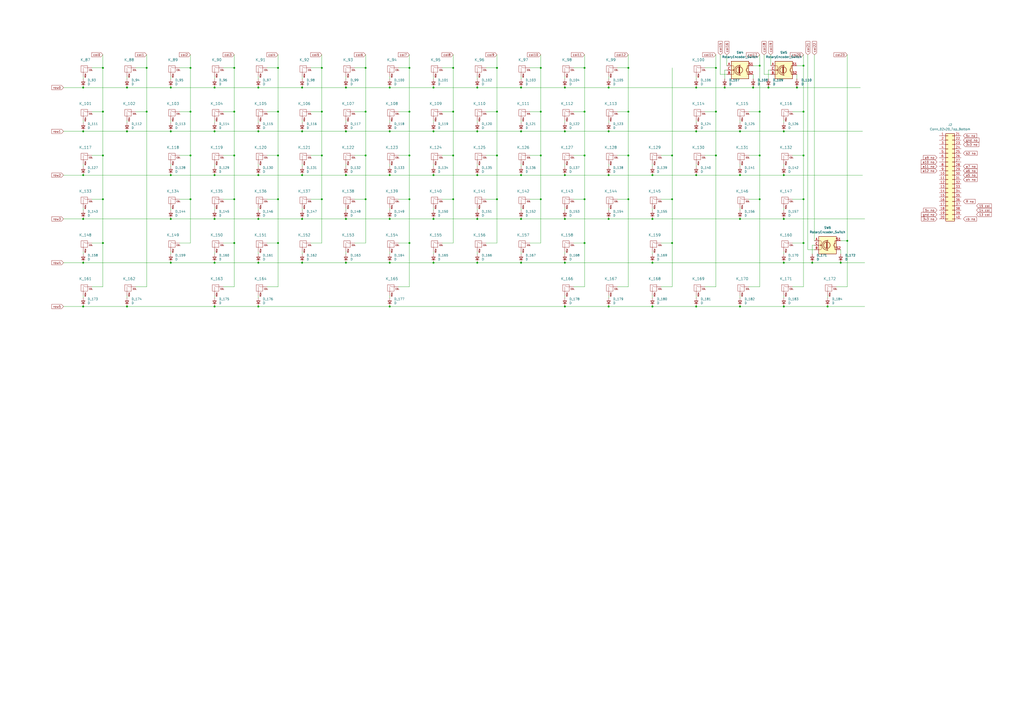
<source format=kicad_sch>
(kicad_sch (version 20231120) (generator "eeschema") (generator_version "8.0")
  (paper "A2")
  (junction (at 262.89 90.17))
  (junction (at 429.26 177.8))
  (junction (at 302.26 50.8))
  (junction (at 378.46 101.6))
  (junction (at 135.89 115.57))
  (junction (at 339.09 64.77))
  (junction (at 276.86 50.8))
  (junction (at 251.46 127))
  (junction (at 99.06 101.6))
  (junction (at 48.26 177.8))
  (junction (at 200.66 50.8))
  (junction (at 124.46 127))
  (junction (at 313.69 39.37))
  (junction (at 175.26 101.6))
  (junction (at 59.69 90.17))
  (junction (at 237.49 64.77))
  (junction (at 226.06 50.8))
  (junction (at 276.86 152.4))
  (junction (at 454.66 76.2))
  (junction (at 353.06 127))
  (junction (at 466.09 90.17))
  (junction (at 378.46 177.8))
  (junction (at 99.06 76.2))
  (junction (at 378.46 152.4))
  (junction (at 471.17 152.4))
  (junction (at 327.66 101.6))
  (junction (at 445.77 50.8))
  (junction (at 237.49 90.17))
  (junction (at 454.66 101.6))
  (junction (at 161.29 140.97))
  (junction (at 420.37 50.8))
  (junction (at 415.29 39.37))
  (junction (at 59.69 140.97))
  (junction (at 149.86 50.8))
  (junction (at 200.66 152.4))
  (junction (at 313.69 90.17))
  (junction (at 288.29 115.57))
  (junction (at 149.86 152.4))
  (junction (at 454.66 127))
  (junction (at 339.09 90.17))
  (junction (at 262.89 39.37))
  (junction (at 161.29 90.17))
  (junction (at 85.09 39.37))
  (junction (at 403.86 177.8))
  (junction (at 110.49 90.17))
  (junction (at 99.06 152.4))
  (junction (at 251.46 152.4))
  (junction (at 124.46 101.6))
  (junction (at 124.46 177.8))
  (junction (at 237.49 140.97))
  (junction (at 175.26 76.2))
  (junction (at 73.66 50.8))
  (junction (at 149.86 101.6))
  (junction (at 251.46 101.6))
  (junction (at 251.46 50.8))
  (junction (at 186.69 39.37))
  (junction (at 212.09 39.37))
  (junction (at 403.86 50.8))
  (junction (at 364.49 90.17))
  (junction (at 262.89 64.77))
  (junction (at 110.49 115.57))
  (junction (at 226.06 127))
  (junction (at 276.86 101.6))
  (junction (at 276.86 76.2))
  (junction (at 429.26 76.2))
  (junction (at 186.69 115.57))
  (junction (at 251.46 76.2))
  (junction (at 48.26 127))
  (junction (at 73.66 177.8))
  (junction (at 364.49 115.57))
  (junction (at 353.06 50.8))
  (junction (at 124.46 50.8))
  (junction (at 48.26 76.2))
  (junction (at 487.68 152.4))
  (junction (at 440.69 64.77))
  (junction (at 429.26 127))
  (junction (at 226.06 177.8))
  (junction (at 466.09 38.1))
  (junction (at 212.09 64.77))
  (junction (at 149.86 177.8))
  (junction (at 327.66 152.4))
  (junction (at 415.29 90.17))
  (junction (at 327.66 177.8))
  (junction (at 175.26 152.4))
  (junction (at 440.69 115.57))
  (junction (at 339.09 115.57))
  (junction (at 389.89 140.97))
  (junction (at 200.66 101.6))
  (junction (at 124.46 152.4))
  (junction (at 364.49 39.37))
  (junction (at 415.29 64.77))
  (junction (at 186.69 64.77))
  (junction (at 149.86 127))
  (junction (at 48.26 101.6))
  (junction (at 389.89 115.57))
  (junction (at 462.28 50.8))
  (junction (at 429.26 101.6))
  (junction (at 186.69 90.17))
  (junction (at 403.86 76.2))
  (junction (at 339.09 39.37))
  (junction (at 403.86 101.6))
  (junction (at 226.06 152.4))
  (junction (at 313.69 115.57))
  (junction (at 175.26 127))
  (junction (at 378.46 127))
  (junction (at 327.66 76.2))
  (junction (at 262.89 115.57))
  (junction (at 353.06 177.8))
  (junction (at 99.06 50.8))
  (junction (at 237.49 39.37))
  (junction (at 454.66 177.8))
  (junction (at 440.69 90.17))
  (junction (at 302.26 127))
  (junction (at 313.69 64.77))
  (junction (at 276.86 127))
  (junction (at 327.66 50.8))
  (junction (at 135.89 90.17))
  (junction (at 59.69 115.57))
  (junction (at 200.66 76.2))
  (junction (at 327.66 127))
  (junction (at 161.29 39.37))
  (junction (at 59.69 39.37))
  (junction (at 161.29 64.77))
  (junction (at 436.88 50.8))
  (junction (at 389.89 90.17))
  (junction (at 73.66 76.2))
  (junction (at 48.26 50.8))
  (junction (at 288.29 90.17))
  (junction (at 302.26 101.6))
  (junction (at 288.29 39.37))
  (junction (at 200.66 127))
  (junction (at 302.26 76.2))
  (junction (at 302.26 152.4))
  (junction (at 149.86 76.2))
  (junction (at 212.09 115.57))
  (junction (at 491.49 139.7))
  (junction (at 85.09 64.77))
  (junction (at 124.46 76.2))
  (junction (at 466.09 140.97))
  (junction (at 226.06 101.6))
  (junction (at 288.29 64.77))
  (junction (at 353.06 76.2))
  (junction (at 364.49 64.77))
  (junction (at 237.49 115.57))
  (junction (at 466.09 64.77))
  (junction (at 440.69 38.1))
  (junction (at 339.09 140.97))
  (junction (at 135.89 39.37))
  (junction (at 161.29 115.57))
  (junction (at 454.66 152.4))
  (junction (at 135.89 140.97))
  (junction (at 175.26 50.8))
  (junction (at 212.09 90.17))
  (junction (at 48.26 152.4))
  (junction (at 110.49 64.77))
  (junction (at 135.89 64.77))
  (junction (at 466.09 115.57))
  (junction (at 353.06 101.6))
  (junction (at 110.49 39.37))
  (junction (at 480.06 177.8))
  (junction (at 226.06 76.2))
  (junction (at 99.06 127))
  (junction (at 59.69 64.77))
  (wire (pts (xy 327.66 44.45) (xy 327.66 45.72)))
  (wire (pts (xy 110.49 140.97) (xy 110.49 115.57)))
  (wire (pts (xy 307.34 90.17) (xy 313.69 90.17)))
  (wire (pts (xy 332.74 140.97) (xy 339.09 140.97)))
  (wire (pts (xy 78.74 39.37) (xy 85.09 39.37)))
  (wire (pts (xy 403.86 44.45) (xy 403.86 45.72)))
  (wire (pts (xy 307.34 39.37) (xy 313.69 39.37)))
  (wire (pts (xy 288.29 31.75) (xy 288.29 39.37)))
  (wire (pts (xy 129.54 115.57) (xy 135.89 115.57)))
  (wire (pts (xy 226.06 101.6) (xy 251.46 101.6)))
  (wire (pts (xy 99.06 152.4) (xy 124.46 152.4)))
  (wire (pts (xy 205.74 140.97) (xy 212.09 140.97)))
  (wire (pts (xy 149.86 44.45) (xy 149.86 45.72)))
  (wire (pts (xy 175.26 76.2) (xy 200.66 76.2)))
  (wire (pts (xy 175.26 69.85) (xy 175.26 71.12)))
  (wire (pts (xy 36.83 101.6) (xy 48.26 101.6)))
  (wire (pts (xy 480.06 177.8) (xy 501.65 177.8)))
  (wire (pts (xy 161.29 140.97) (xy 161.29 115.57)))
  (wire (pts (xy 256.54 115.57) (xy 262.89 115.57)))
  (wire (pts (xy 364.49 166.37) (xy 364.49 115.57)))
  (wire (pts (xy 302.26 50.8) (xy 327.66 50.8)))
  (wire (pts (xy 251.46 76.2) (xy 276.86 76.2)))
  (wire (pts (xy 36.83 50.8) (xy 48.26 50.8)))
  (wire (pts (xy 429.26 76.2) (xy 454.66 76.2)))
  (wire (pts (xy 353.06 120.65) (xy 353.06 121.92)))
  (wire (pts (xy 48.26 171.45) (xy 48.26 172.72)))
  (wire (pts (xy 205.74 64.77) (xy 212.09 64.77)))
  (wire (pts (xy 313.69 31.75) (xy 313.69 39.37)))
  (wire (pts (xy 99.06 146.05) (xy 99.06 147.32)))
  (wire (pts (xy 231.14 64.77) (xy 237.49 64.77)))
  (wire (pts (xy 471.17 152.4) (xy 487.68 152.4)))
  (wire (pts (xy 161.29 115.57) (xy 161.29 90.17)))
  (wire (pts (xy 327.66 95.25) (xy 327.66 96.52)))
  (wire (pts (xy 408.94 90.17) (xy 415.29 90.17)))
  (wire (pts (xy 251.46 152.4) (xy 276.86 152.4)))
  (wire (pts (xy 302.26 95.25) (xy 302.26 96.52)))
  (wire (pts (xy 454.66 120.65) (xy 454.66 121.92)))
  (wire (pts (xy 161.29 39.37) (xy 161.29 64.77)))
  (wire (pts (xy 420.37 40.64) (xy 420.37 45.72)))
  (wire (pts (xy 276.86 120.65) (xy 276.86 121.92)))
  (wire (pts (xy 99.06 120.65) (xy 99.06 121.92)))
  (wire (pts (xy 339.09 39.37) (xy 339.09 64.77)))
  (wire (pts (xy 454.66 152.4) (xy 471.17 152.4)))
  (wire (pts (xy 440.69 90.17) (xy 440.69 64.77)))
  (wire (pts (xy 226.06 127) (xy 251.46 127)))
  (wire (pts (xy 251.46 44.45) (xy 251.46 45.72)))
  (wire (pts (xy 288.29 115.57) (xy 288.29 90.17)))
  (wire (pts (xy 149.86 120.65) (xy 149.86 121.92)))
  (wire (pts (xy 251.46 69.85) (xy 251.46 71.12)))
  (wire (pts (xy 237.49 39.37) (xy 237.49 64.77)))
  (wire (pts (xy 110.49 39.37) (xy 110.49 64.77)))
  (wire (pts (xy 429.26 127) (xy 454.66 127)))
  (wire (pts (xy 200.66 127) (xy 226.06 127)))
  (wire (pts (xy 327.66 171.45) (xy 327.66 172.72)))
  (wire (pts (xy 302.26 69.85) (xy 302.26 71.12)))
  (wire (pts (xy 149.86 95.25) (xy 149.86 96.52)))
  (wire (pts (xy 135.89 166.37) (xy 135.89 140.97)))
  (wire (pts (xy 154.94 140.97) (xy 161.29 140.97)))
  (wire (pts (xy 288.29 90.17) (xy 288.29 64.77)))
  (wire (pts (xy 364.49 39.37) (xy 364.49 64.77)))
  (wire (pts (xy 276.86 152.4) (xy 302.26 152.4)))
  (wire (pts (xy 434.34 90.17) (xy 440.69 90.17)))
  (wire (pts (xy 149.86 146.05) (xy 149.86 147.32)))
  (wire (pts (xy 339.09 115.57) (xy 339.09 90.17)))
  (wire (pts (xy 358.14 115.57) (xy 364.49 115.57)))
  (wire (pts (xy 237.49 166.37) (xy 237.49 140.97)))
  (wire (pts (xy 85.09 64.77) (xy 85.09 166.37)))
  (wire (pts (xy 383.54 90.17) (xy 389.89 90.17)))
  (wire (pts (xy 200.66 69.85) (xy 200.66 71.12)))
  (wire (pts (xy 226.06 44.45) (xy 226.06 45.72)))
  (wire (pts (xy 339.09 140.97) (xy 339.09 115.57)))
  (wire (pts (xy 104.14 140.97) (xy 110.49 140.97)))
  (wire (pts (xy 302.26 120.65) (xy 302.26 121.92)))
  (wire (pts (xy 237.49 31.75) (xy 237.49 39.37)))
  (wire (pts (xy 454.66 171.45) (xy 454.66 172.72)))
  (wire (pts (xy 154.94 166.37) (xy 161.29 166.37)))
  (wire (pts (xy 256.54 39.37) (xy 262.89 39.37)))
  (wire (pts (xy 226.06 152.4) (xy 251.46 152.4)))
  (wire (pts (xy 175.26 146.05) (xy 175.26 147.32)))
  (wire (pts (xy 353.06 50.8) (xy 403.86 50.8)))
  (wire (pts (xy 231.14 115.57) (xy 237.49 115.57)))
  (wire (pts (xy 129.54 166.37) (xy 135.89 166.37)))
  (wire (pts (xy 180.34 90.17) (xy 186.69 90.17)))
  (wire (pts (xy 154.94 115.57) (xy 161.29 115.57)))
  (wire (pts (xy 447.04 31.75) (xy 447.04 38.1)))
  (wire (pts (xy 415.29 39.37) (xy 415.29 64.77)))
  (wire (pts (xy 454.66 95.25) (xy 454.66 96.52)))
  (wire (pts (xy 276.86 127) (xy 302.26 127)))
  (wire (pts (xy 129.54 39.37) (xy 135.89 39.37)))
  (wire (pts (xy 200.66 146.05) (xy 200.66 147.32)))
  (wire (pts (xy 59.69 39.37) (xy 59.69 64.77)))
  (wire (pts (xy 48.26 127) (xy 99.06 127)))
  (wire (pts (xy 99.06 101.6) (xy 124.46 101.6)))
  (wire (pts (xy 175.26 127) (xy 200.66 127)))
  (wire (pts (xy 36.83 152.4) (xy 48.26 152.4)))
  (wire (pts (xy 256.54 64.77) (xy 262.89 64.77)))
  (wire (pts (xy 436.88 38.1) (xy 440.69 38.1)))
  (wire (pts (xy 262.89 39.37) (xy 262.89 64.77)))
  (wire (pts (xy 99.06 50.8) (xy 124.46 50.8)))
  (wire (pts (xy 281.94 39.37) (xy 288.29 39.37)))
  (wire (pts (xy 200.66 44.45) (xy 200.66 45.72)))
  (wire (pts (xy 226.06 146.05) (xy 226.06 147.32)))
  (wire (pts (xy 313.69 90.17) (xy 313.69 64.77)))
  (wire (pts (xy 212.09 90.17) (xy 212.09 64.77)))
  (wire (pts (xy 237.49 90.17) (xy 237.49 64.77)))
  (wire (pts (xy 48.26 76.2) (xy 73.66 76.2)))
  (wire (pts (xy 135.89 90.17) (xy 135.89 64.77)))
  (wire (pts (xy 149.86 101.6) (xy 175.26 101.6)))
  (wire (pts (xy 417.83 31.75) (xy 417.83 43.18)))
  (wire (pts (xy 78.74 166.37) (xy 85.09 166.37)))
  (wire (pts (xy 36.83 127) (xy 48.26 127)))
  (wire (pts (xy 175.26 120.65) (xy 175.26 121.92)))
  (wire (pts (xy 288.29 140.97) (xy 288.29 115.57)))
  (wire (pts (xy 124.46 76.2) (xy 149.86 76.2)))
  (wire (pts (xy 231.14 90.17) (xy 237.49 90.17)))
  (wire (pts (xy 48.26 120.65) (xy 48.26 121.92)))
  (wire (pts (xy 327.66 152.4) (xy 378.46 152.4)))
  (wire (pts (xy 99.06 44.45) (xy 99.06 45.72)))
  (wire (pts (xy 440.69 31.75) (xy 440.69 38.1)))
  (wire (pts (xy 364.49 115.57) (xy 364.49 90.17)))
  (wire (pts (xy 226.06 177.8) (xy 327.66 177.8)))
  (wire (pts (xy 378.46 120.65) (xy 378.46 121.92)))
  (wire (pts (xy 462.28 38.1) (xy 466.09 38.1)))
  (wire (pts (xy 378.46 177.8) (xy 403.86 177.8)))
  (wire (pts (xy 485.14 166.37) (xy 491.49 166.37)))
  (wire (pts (xy 59.69 90.17) (xy 59.69 64.77)))
  (wire (pts (xy 149.86 69.85) (xy 149.86 71.12)))
  (wire (pts (xy 358.14 166.37) (xy 364.49 166.37)))
  (wire (pts (xy 226.06 69.85) (xy 226.06 71.12)))
  (wire (pts (xy 454.66 127) (xy 501.65 127)))
  (wire (pts (xy 403.86 50.8) (xy 420.37 50.8)))
  (wire (pts (xy 327.66 127) (xy 353.06 127)))
  (wire (pts (xy 327.66 120.65) (xy 327.66 121.92)))
  (wire (pts (xy 149.86 50.8) (xy 175.26 50.8)))
  (wire (pts (xy 403.86 101.6) (xy 429.26 101.6)))
  (wire (pts (xy 59.69 31.75) (xy 59.69 39.37)))
  (wire (pts (xy 200.66 95.25) (xy 200.66 96.52)))
  (wire (pts (xy 353.06 171.45) (xy 353.06 172.72)))
  (wire (pts (xy 462.28 43.18) (xy 462.28 45.72)))
  (wire (pts (xy 327.66 146.05) (xy 327.66 147.32)))
  (wire (pts (xy 332.74 115.57) (xy 339.09 115.57)))
  (wire (pts (xy 327.66 50.8) (xy 353.06 50.8)))
  (wire (pts (xy 59.69 166.37) (xy 59.69 140.97)))
  (wire (pts (xy 389.89 115.57) (xy 389.89 90.17)))
  (wire (pts (xy 262.89 140.97) (xy 262.89 115.57)))
  (wire (pts (xy 205.74 90.17) (xy 212.09 90.17)))
  (wire (pts (xy 302.26 152.4) (xy 327.66 152.4)))
  (wire (pts (xy 53.34 64.77) (xy 59.69 64.77)))
  (wire (pts (xy 302.26 44.45) (xy 302.26 45.72)))
  (wire (pts (xy 180.34 64.77) (xy 186.69 64.77)))
  (wire (pts (xy 186.69 31.75) (xy 186.69 39.37)))
  (wire (pts (xy 421.64 43.18) (xy 417.83 43.18)))
  (wire (pts (xy 454.66 146.05) (xy 454.66 147.32)))
  (wire (pts (xy 53.34 166.37) (xy 59.69 166.37)))
  (wire (pts (xy 175.26 101.6) (xy 200.66 101.6)))
  (wire (pts (xy 313.69 140.97) (xy 313.69 115.57)))
  (wire (pts (xy 48.26 177.8) (xy 73.66 177.8)))
  (wire (pts (xy 332.74 39.37) (xy 339.09 39.37)))
  (wire (pts (xy 421.64 40.64) (xy 420.37 40.64)))
  (wire (pts (xy 161.29 31.75) (xy 161.29 39.37)))
  (wire (pts (xy 447.04 40.64) (xy 445.77 40.64)))
  (wire (pts (xy 48.26 146.05) (xy 48.26 147.32)))
  (wire (pts (xy 276.86 50.8) (xy 302.26 50.8)))
  (wire (pts (xy 429.26 171.45) (xy 429.26 172.72)))
  (wire (pts (xy 212.09 140.97) (xy 212.09 115.57)))
  (wire (pts (xy 186.69 90.17) (xy 186.69 64.77)))
  (wire (pts (xy 468.63 31.75) (xy 468.63 144.78)))
  (wire (pts (xy 149.86 171.45) (xy 149.86 172.72)))
  (wire (pts (xy 332.74 166.37) (xy 339.09 166.37)))
  (wire (pts (xy 212.09 115.57) (xy 212.09 90.17)))
  (wire (pts (xy 445.77 40.64) (xy 445.77 45.72)))
  (wire (pts (xy 466.09 38.1) (xy 466.09 64.77)))
  (wire (pts (xy 454.66 177.8) (xy 480.06 177.8)))
  (wire (pts (xy 445.77 50.8) (xy 462.28 50.8)))
  (wire (pts (xy 124.46 69.85) (xy 124.46 71.12)))
  (wire (pts (xy 429.26 120.65) (xy 429.26 121.92)))
  (wire (pts (xy 472.44 31.75) (xy 472.44 139.7)))
  (wire (pts (xy 226.06 95.25) (xy 226.06 96.52)))
  (wire (pts (xy 434.34 64.77) (xy 440.69 64.77)))
  (wire (pts (xy 154.94 39.37) (xy 161.29 39.37)))
  (wire (pts (xy 200.66 101.6) (xy 226.06 101.6)))
  (wire (pts (xy 487.68 152.4) (xy 501.65 152.4)))
  (wire (pts (xy 73.66 76.2) (xy 99.06 76.2)))
  (wire (pts (xy 161.29 90.17) (xy 161.29 64.77)))
  (wire (pts (xy 186.69 39.37) (xy 186.69 64.77)))
  (wire (pts (xy 53.34 140.97) (xy 59.69 140.97)))
  (wire (pts (xy 53.34 115.57) (xy 59.69 115.57)))
  (wire (pts (xy 226.06 171.45) (xy 226.06 172.72)))
  (wire (pts (xy 487.68 139.7) (xy 491.49 139.7)))
  (wire (pts (xy 302.26 146.05) (xy 302.26 147.32)))
  (wire (pts (xy 302.26 101.6) (xy 327.66 101.6)))
  (wire (pts (xy 99.06 76.2) (xy 124.46 76.2)))
  (wire (pts (xy 378.46 101.6) (xy 403.86 101.6)))
  (wire (pts (xy 104.14 90.17) (xy 110.49 90.17)))
  (wire (pts (xy 332.74 90.17) (xy 339.09 90.17)))
  (wire (pts (xy 408.94 166.37) (xy 415.29 166.37)))
  (wire (pts (xy 327.66 76.2) (xy 353.06 76.2)))
  (wire (pts (xy 447.04 43.18) (xy 443.23 43.18)))
  (wire (pts (xy 73.66 44.45) (xy 73.66 45.72)))
  (wire (pts (xy 327.66 177.8) (xy 353.06 177.8)))
  (wire (pts (xy 149.86 127) (xy 175.26 127)))
  (wire (pts (xy 175.26 50.8) (xy 200.66 50.8)))
  (wire (pts (xy 353.06 95.25) (xy 353.06 96.52)))
  (wire (pts (xy 124.46 50.8) (xy 149.86 50.8)))
  (wire (pts (xy 124.46 101.6) (xy 149.86 101.6)))
  (wire (pts (xy 389.89 166.37) (xy 389.89 140.97)))
  (wire (pts (xy 104.14 64.77) (xy 110.49 64.77)))
  (wire (pts (xy 78.74 64.77) (xy 85.09 64.77)))
  (wire (pts (xy 378.46 127) (xy 429.26 127)))
  (wire (pts (xy 358.14 39.37) (xy 364.49 39.37)))
  (wire (pts (xy 466.09 166.37) (xy 466.09 140.97)))
  (wire (pts (xy 124.46 152.4) (xy 149.86 152.4)))
  (wire (pts (xy 231.14 166.37) (xy 237.49 166.37)))
  (wire (pts (xy 129.54 64.77) (xy 135.89 64.77)))
  (wire (pts (xy 200.66 120.65) (xy 200.66 121.92)))
  (wire (pts (xy 110.49 90.17) (xy 110.49 64.77)))
  (wire (pts (xy 124.46 171.45) (xy 124.46 172.72)))
  (wire (pts (xy 85.09 39.37) (xy 85.09 64.77)))
  (wire (pts (xy 436.88 50.8) (xy 445.77 50.8)))
  (wire (pts (xy 124.46 127) (xy 149.86 127)))
  (wire (pts (xy 110.49 115.57) (xy 110.49 90.17)))
  (wire (pts (xy 454.66 76.2) (xy 500.38 76.2)))
  (wire (pts (xy 383.54 166.37) (xy 389.89 166.37)))
  (wire (pts (xy 73.66 177.8) (xy 124.46 177.8)))
  (wire (pts (xy 440.69 115.57) (xy 440.69 90.17)))
  (wire (pts (xy 251.46 146.05) (xy 251.46 147.32)))
  (wire (pts (xy 364.49 90.17) (xy 364.49 64.77)))
  (wire (pts (xy 491.49 139.7) (xy 491.49 166.37)))
  (wire (pts (xy 104.14 115.57) (xy 110.49 115.57)))
  (wire (pts (xy 110.49 31.75) (xy 110.49 39.37)))
  (wire (pts (xy 226.06 120.65) (xy 226.06 121.92)))
  (wire (pts (xy 154.94 90.17) (xy 161.29 90.17)))
  (wire (pts (xy 302.26 76.2) (xy 327.66 76.2)))
  (wire (pts (xy 353.06 76.2) (xy 403.86 76.2)))
  (wire (pts (xy 472.44 144.78) (xy 468.63 144.78)))
  (wire (pts (xy 403.86 76.2) (xy 429.26 76.2)))
  (wire (pts (xy 180.34 140.97) (xy 186.69 140.97)))
  (wire (pts (xy 135.89 140.97) (xy 135.89 115.57)))
  (wire (pts (xy 383.54 140.97) (xy 389.89 140.97)))
  (wire (pts (xy 408.94 64.77) (xy 415.29 64.77)))
  (wire (pts (xy 429.26 95.25) (xy 429.26 96.52)))
  (wire (pts (xy 288.29 39.37) (xy 288.29 64.77)))
  (wire (pts (xy 332.74 64.77) (xy 339.09 64.77)))
  (wire (pts (xy 420.37 50.8) (xy 436.88 50.8)))
  (wire (pts (xy 389.89 39.37) (xy 389.89 90.17)))
  (wire (pts (xy 48.26 69.85) (xy 48.26 71.12)))
  (wire (pts (xy 434.34 115.57) (xy 440.69 115.57)))
  (wire (pts (xy 378.46 95.25) (xy 378.46 96.52)))
  (wire (pts (xy 313.69 115.57) (xy 313.69 90.17)))
  (wire (pts (xy 358.14 64.77) (xy 364.49 64.77)))
  (wire (pts (xy 276.86 69.85) (xy 276.86 71.12)))
  (wire (pts (xy 262.89 115.57) (xy 262.89 90.17)))
  (wire (pts (xy 389.89 140.97) (xy 389.89 115.57)))
  (wire (pts (xy 466.09 140.97) (xy 466.09 115.57)))
  (wire (pts (xy 149.86 76.2) (xy 175.26 76.2)))
  (wire (pts (xy 353.06 177.8) (xy 378.46 177.8)))
  (wire (pts (xy 124.46 44.45) (xy 124.46 45.72)))
  (wire (pts (xy 212.09 39.37) (xy 212.09 64.77)))
  (wire (pts (xy 149.86 177.8) (xy 226.06 177.8)))
  (wire (pts (xy 339.09 31.75) (xy 339.09 39.37)))
  (wire (pts (xy 491.49 31.75) (xy 491.49 139.7)))
  (wire (pts (xy 135.89 39.37) (xy 135.89 64.77)))
  (wire (pts (xy 403.86 171.45) (xy 403.86 172.72)))
  (wire (pts (xy 327.66 101.6) (xy 353.06 101.6)))
  (wire (pts (xy 339.09 90.17) (xy 339.09 64.77)))
  (wire (pts (xy 48.26 44.45) (xy 48.26 45.72)))
  (wire (pts (xy 59.69 115.57) (xy 59.69 90.17)))
  (wire (pts (xy 415.29 166.37) (xy 415.29 90.17)))
  (wire (pts (xy 466.09 115.57) (xy 466.09 90.17)))
  (wire (pts (xy 353.06 127) (xy 378.46 127)))
  (wire (pts (xy 307.34 140.97) (xy 313.69 140.97)))
  (wire (pts (xy 276.86 146.05) (xy 276.86 147.32)))
  (wire (pts (xy 429.26 69.85) (xy 429.26 71.12)))
  (wire (pts (xy 459.74 115.57) (xy 466.09 115.57)))
  (wire (pts (xy 124.46 120.65) (xy 124.46 121.92)))
  (wire (pts (xy 440.69 38.1) (xy 440.69 64.77)))
  (wire (pts (xy 175.26 44.45) (xy 175.26 45.72)))
  (wire (pts (xy 175.26 152.4) (xy 200.66 152.4)))
  (wire (pts (xy 383.54 115.57) (xy 389.89 115.57)))
  (wire (pts (xy 434.34 166.37) (xy 440.69 166.37)))
  (wire (pts (xy 466.09 31.75) (xy 466.09 38.1)))
  (wire (pts (xy 459.74 64.77) (xy 466.09 64.77)))
  (wire (pts (xy 353.06 101.6) (xy 378.46 101.6)))
  (wire (pts (xy 99.06 95.25) (xy 99.06 96.52)))
  (wire (pts (xy 59.69 140.97) (xy 59.69 115.57)))
  (wire (pts (xy 180.34 39.37) (xy 186.69 39.37)))
  (wire (pts (xy 256.54 140.97) (xy 262.89 140.97)))
  (wire (pts (xy 226.06 50.8) (xy 251.46 50.8)))
  (wire (pts (xy 307.34 115.57) (xy 313.69 115.57)))
  (wire (pts (xy 124.46 177.8) (xy 149.86 177.8)))
  (wire (pts (xy 200.66 76.2) (xy 226.06 76.2)))
  (wire (pts (xy 403.86 177.8) (xy 429.26 177.8)))
  (wire (pts (xy 124.46 95.25) (xy 124.46 96.52)))
  (wire (pts (xy 129.54 140.97) (xy 135.89 140.97)))
  (wire (pts (xy 212.09 31.75) (xy 212.09 39.37)))
  (wire (pts (xy 186.69 115.57) (xy 186.69 90.17)))
  (wire (pts (xy 443.23 31.75) (xy 443.23 43.18)))
  (wire (pts (xy 154.94 64.77) (xy 161.29 64.77)))
  (wire (pts (xy 180.34 115.57) (xy 186.69 115.57)))
  (wire (pts (xy 429.26 177.8) (xy 454.66 177.8)))
  (wire (pts (xy 459.74 166.37) (xy 466.09 166.37)))
  (wire (pts (xy 262.89 31.75) (xy 262.89 39.37)))
  (wire (pts (xy 256.54 90.17) (xy 262.89 90.17)))
  (wire (pts (xy 353.06 69.85) (xy 353.06 71.12)))
  (wire (pts (xy 307.34 64.77) (xy 313.69 64.77)))
  (wire (pts (xy 237.49 115.57) (xy 237.49 90.17)))
  (wire (pts (xy 36.83 177.8) (xy 48.26 177.8)))
  (wire (pts (xy 378.46 171.45) (xy 378.46 172.72)))
  (wire (pts (xy 466.09 90.17) (xy 466.09 64.77)))
  (wire (pts (xy 440.69 115.57) (xy 440.69 166.37)))
  (wire (pts (xy 454.66 69.85) (xy 454.66 71.12)))
  (wire (pts (xy 276.86 44.45) (xy 276.86 45.72)))
  (wire (pts (xy 135.89 31.75) (xy 135.89 39.37)))
  (wire (pts (xy 276.86 95.25) (xy 276.86 96.52)))
  (wire (pts (xy 471.17 142.24) (xy 471.17 147.32)))
  (wire (pts (xy 53.34 90.17) (xy 59.69 90.17)))
  (wire (pts (xy 378.46 146.05) (xy 378.46 147.32)))
  (wire (pts (xy 281.94 90.17) (xy 288.29 90.17)))
  (wire (pts (xy 251.46 50.8) (xy 276.86 50.8)))
  (wire (pts (xy 403.86 95.25) (xy 403.86 96.52)))
  (wire (pts (xy 459.74 90.17) (xy 466.09 90.17)))
  (wire (pts (xy 251.46 127) (xy 276.86 127)))
  (wire (pts (xy 421.64 31.75) (xy 421.64 38.1)))
  (wire (pts (xy 472.44 142.24) (xy 471.17 142.24)))
  (wire (pts (xy 302.26 127) (xy 327.66 127)))
  (wire (pts (xy 408.94 39.37) (xy 415.29 39.37)))
  (wire (pts (xy 462.28 50.8) (xy 499.11 50.8)))
  (wire (pts (xy 99.06 69.85) (xy 99.06 71.12)))
  (wire (pts (xy 251.46 101.6) (xy 276.86 101.6)))
  (wire (pts (xy 353.06 44.45) (xy 353.06 45.72)))
  (wire (pts (xy 73.66 50.8) (xy 99.06 50.8)))
  (wire (pts (xy 186.69 140.97) (xy 186.69 115.57)))
  (wire (pts (xy 480.06 171.45) (xy 480.06 172.72)))
  (wire (pts (xy 48.26 152.4) (xy 99.06 152.4)))
  (wire (pts (xy 73.66 171.45) (xy 73.66 172.72)))
  (wire (pts (xy 53.34 39.37) (xy 59.69 39.37)))
  (wire (pts (xy 364.49 31.75) (xy 364.49 39.37)))
  (wire (pts (xy 429.26 101.6) (xy 454.66 101.6)))
  (wire (pts (xy 231.14 140.97) (xy 237.49 140.97)))
  (wire (pts (xy 99.06 127) (xy 124.46 127)))
  (wire (pts (xy 149.86 152.4) (xy 175.26 152.4)))
  (wire (pts (xy 487.68 144.78) (xy 487.68 147.32)))
  (wire (pts (xy 205.74 115.57) (xy 212.09 115.57)))
  (wire (pts (xy 231.14 39.37) (xy 237.49 39.37)))
  (wire (pts (xy 459.74 140.97) (xy 466.09 140.97)))
  (wire (pts (xy 48.26 50.8) (xy 73.66 50.8)))
  (wire (pts (xy 129.54 90.17) (xy 135.89 90.17)))
  (wire (pts (xy 237.49 140.97) (xy 237.49 115.57)))
  (wire (pts (xy 436.88 43.18) (xy 436.88 45.72)))
  (wire (pts (xy 358.14 90.17) (xy 364.49 90.17)))
  (wire (pts (xy 175.26 95.25) (xy 175.26 96.52)))
  (wire (pts (xy 36.83 76.2) (xy 48.26 76.2)))
  (wire (pts (xy 200.66 50.8) (xy 226.06 50.8)))
  (wire (pts (xy 276.86 76.2) (xy 302.26 76.2)))
  (wire (pts (xy 281.94 115.57) (xy 288.29 115.57)))
  (wire (pts (xy 161.29 166.37) (xy 161.29 140.97)))
  (wire (pts (xy 200.66 152.4) (xy 226.06 152.4)))
  (wire (pts (xy 454.66 101.6) (xy 500.38 101.6)))
  (wire (pts (xy 251.46 120.65) (xy 251.46 121.92)))
  (wire (pts (xy 327.66 69.85) (xy 327.66 71.12)))
  (wire (pts (xy 415.29 90.17) (xy 415.29 64.77)))
  (wire (pts (xy 281.94 64.77) (xy 288.29 64.77)))
  (wire (pts (xy 124.46 146.05) (xy 124.46 147.32)))
  (wire (pts (xy 48.26 95.25) (xy 48.26 96.52)))
  (wire (pts (xy 104.14 39.37) (xy 110.49 39.37)))
  (wire (pts (xy 262.89 90.17) (xy 262.89 64.77)))
  (wire (pts (xy 205.74 39.37) (xy 212.09 39.37)))
  (wire (pts (xy 313.69 39.37) (xy 313.69 64.77)))
  (wire (pts (xy 251.46 95.25) (xy 251.46 96.52)))
  (wire (pts (xy 135.89 115.57) (xy 135.89 90.17)))
  (wire (pts (xy 48.26 101.6) (xy 99.06 101.6)))
  (wire (pts (xy 339.09 166.37) (xy 339.09 140.97)))
  (wire (pts (xy 226.06 76.2) (xy 251.46 76.2)))
  (wire (pts (xy 85.09 31.75) (xy 85.09 39.37)))
  (wire (pts (xy 403.86 69.85) (xy 403.86 71.12)))
  (wire (pts (xy 73.66 69.85) (xy 73.66 71.12)))
  (wire (pts (xy 415.29 31.75) (xy 415.29 39.37)))
  (wire (pts (xy 378.46 152.4) (xy 454.66 152.4)))
  (wire (pts (xy 281.94 140.97) (xy 288.29 140.97)))
  (wire (pts (xy 276.86 101.6) (xy 302.26 101.6)))
  (global_label "col8" (shape input) (at 262.89 31.75 180) (property "Intersheetrefs" "${INTERSHEET_REFS}" (effects (hide yes))))
  (global_label "a5 no" (shape input) (at 558.8 101.6 0) (property "Intersheetrefs" "${INTERSHEET_REFS}" (effects (hide yes))))
  (global_label "a4 no" (shape input) (at 558.8 104.14 0) (property "Intersheetrefs" "${INTERSHEET_REFS}" (effects (hide yes))))
  (global_label "a6 no" (shape input) (at 558.8 99.06 0) (property "Intersheetrefs" "${INTERSHEET_REFS}" (effects (hide yes))))
  (global_label "col10" (shape input) (at 313.69 31.75 180) (property "Intersheetrefs" "${INTERSHEET_REFS}" (effects (hide yes))))
  (global_label "gnd no" (shape input) (at 543.56 124.46 180) (property "Intersheetrefs" "${INTERSHEET_REFS}" (effects (hide yes))))
  (global_label "col4" (shape input) (at 161.29 31.75 180) (property "Intersheetrefs" "${INTERSHEET_REFS}" (effects (hide yes))))
  (global_label "col7" (shape input) (at 237.49 31.75 180) (property "Intersheetrefs" "${INTERSHEET_REFS}" (effects (hide yes))))
  (global_label "row3" (shape input) (at 36.83 127 180) (property "Intersheetrefs" "${INTERSHEET_REFS}" (effects (hide yes))))
  (global_label "a7 no" (shape input) (at 558.8 96.52 0) (property "Intersheetrefs" "${INTERSHEET_REFS}" (effects (hide yes))))
  (global_label "a12 no" (shape input) (at 543.56 99.06 180) (property "Intersheetrefs" "${INTERSHEET_REFS}" (effects (hide yes))))
  (global_label "col11" (shape input) (at 339.09 31.75 180) (property "Intersheetrefs" "${INTERSHEET_REFS}" (effects (hide yes))))
  (global_label "col16" (shape input) (at 421.64 31.75 90) (property "Intersheetrefs" "${INTERSHEET_REFS}" (effects (hide yes))))
  (global_label "vb no" (shape input) (at 558.8 127 0) (property "Intersheetrefs" "${INTERSHEET_REFS}" (effects (hide yes))))
  (global_label "3v3 no" (shape input) (at 558.8 83.82 0) (property "Intersheetrefs" "${INTERSHEET_REFS}" (effects (hide yes))))
  (global_label "row0" (shape input) (at 36.83 50.8 180) (property "Intersheetrefs" "${INTERSHEET_REFS}" (effects (hide yes))))
  (global_label "col9" (shape input) (at 288.29 31.75 180) (property "Intersheetrefs" "${INTERSHEET_REFS}" (effects (hide yes))))
  (global_label "col0" (shape input) (at 59.69 31.75 180) (property "Intersheetrefs" "${INTERSHEET_REFS}" (effects (hide yes))))
  (global_label "5v no" (shape input) (at 543.56 121.92 180) (property "Intersheetrefs" "${INTERSHEET_REFS}" (effects (hide yes))))
  (global_label "b2 no" (shape input) (at 558.8 88.9 0) (property "Intersheetrefs" "${INTERSHEET_REFS}" (effects (hide yes))))
  (global_label "col17" (shape input) (at 440.69 31.75 180) (property "Intersheetrefs" "${INTERSHEET_REFS}" (effects (hide yes))))
  (global_label "3v3 no" (shape input) (at 543.56 127 180) (property "Intersheetrefs" "${INTERSHEET_REFS}" (effects (hide yes))))
  (global_label "col14" (shape input) (at 415.29 31.75 180) (property "Intersheetrefs" "${INTERSHEET_REFS}" (effects (hide yes))))
  (global_label "a10 no" (shape input) (at 543.56 93.98 180) (property "Intersheetrefs" "${INTERSHEET_REFS}" (effects (hide yes))))
  (global_label "col2" (shape input) (at 110.49 31.75 180) (property "Intersheetrefs" "${INTERSHEET_REFS}" (effects (hide yes))))
  (global_label "col5" (shape input) (at 186.69 31.75 180) (property "Intersheetrefs" "${INTERSHEET_REFS}" (effects (hide yes))))
  (global_label "row2" (shape input) (at 36.83 101.6 180) (property "Intersheetrefs" "${INTERSHEET_REFS}" (effects (hide yes))))
  (global_label "row1" (shape input) (at 36.83 76.2 180) (property "Intersheetrefs" "${INTERSHEET_REFS}" (effects (hide yes))))
  (global_label "col23" (shape input) (at 491.49 31.75 180) (property "Intersheetrefs" "${INTERSHEET_REFS}" (effects (hide yes))))
  (global_label "R no" (shape input) (at 558.8 116.84 0) (property "Intersheetrefs" "${INTERSHEET_REFS}" (effects (hide yes))))
  (global_label "5v no" (shape input) (at 558.8 78.74 0) (property "Intersheetrefs" "${INTERSHEET_REFS}" (effects (hide yes))))
  (global_label "13 col" (shape input) (at 566.42 124.46 0) (property "Intersheetrefs" "${INTERSHEET_REFS}" (effects (hide yes))))
  (global_label "col20" (shape input) (at 466.09 31.75 180) (property "Intersheetrefs" "${INTERSHEET_REFS}" (effects (hide yes))))
  (global_label "col12" (shape input) (at 364.49 31.75 180) (property "Intersheetrefs" "${INTERSHEET_REFS}" (effects (hide yes))))
  (global_label "col21" (shape input) (at 468.63 31.75 90) (property "Intersheetrefs" "${INTERSHEET_REFS}" (effects (hide yes))))
  (global_label "a9 no" (shape input) (at 543.56 91.44 180) (property "Intersheetrefs" "${INTERSHEET_REFS}" (effects (hide yes))))
  (global_label "row5" (shape input) (at 36.83 177.8 180) (property "Intersheetrefs" "${INTERSHEET_REFS}" (effects (hide yes))))
  (global_label "col3" (shape input) (at 135.89 31.75 180) (property "Intersheetrefs" "${INTERSHEET_REFS}" (effects (hide yes))))
  (global_label "14 col" (shape input) (at 566.42 121.92 0) (property "Intersheetrefs" "${INTERSHEET_REFS}" (effects (hide yes))))
  (global_label "gnd no" (shape input) (at 558.8 81.28 0) (property "Intersheetrefs" "${INTERSHEET_REFS}" (effects (hide yes))))
  (global_label "col15" (shape input) (at 417.83 31.75 90) (property "Intersheetrefs" "${INTERSHEET_REFS}" (effects (hide yes))))
  (global_label "row4" (shape input) (at 36.83 152.4 180) (property "Intersheetrefs" "${INTERSHEET_REFS}" (effects (hide yes))))
  (global_label "col18" (shape input) (at 443.23 31.75 90) (property "Intersheetrefs" "${INTERSHEET_REFS}" (effects (hide yes))))
  (global_label "col22" (shape input) (at 472.44 31.75 90) (property "Intersheetrefs" "${INTERSHEET_REFS}" (effects (hide yes))))
  (global_label "a11 no" (shape input) (at 543.56 96.52 180) (property "Intersheetrefs" "${INTERSHEET_REFS}" (effects (hide yes))))
  (global_label "15 col" (shape input) (at 566.42 119.38 0) (property "Intersheetrefs" "${INTERSHEET_REFS}" (effects (hide yes))))
  (global_label "col19" (shape input) (at 447.04 31.75 90) (property "Intersheetrefs" "${INTERSHEET_REFS}" (effects (hide yes))))
  (global_label "col6" (shape input) (at 212.09 31.75 180) (property "Intersheetrefs" "${INTERSHEET_REFS}" (effects (hide yes))))
  (global_label "col1" (shape input) (at 85.09 31.75 180) (property "Intersheetrefs" "${INTERSHEET_REFS}" (effects (hide yes))))
  (symbol (lib_id "MX_Alps_Hybrid:MX-NoLED") (at 278.13 40.64 0) (unit 1)
    (property "Reference" "K_96" (at 278.13 34.7218 0) (effects (font (size 1.524 1.524))))
    (property "Value" "KEYSW" (effects (hide yes)))
    (property "Footprint" "MX_Only:MXOnly-1U-Hotswap" (effects (hide yes)))
  )
  (symbol (lib_id "Device:D_Small") (at 226.06 175.26 90) (unit 1)
    (property "Reference" "D_177" (at 228.6 173.482 90) (effects (justify right)))
    (property "Value" "D" (at 228.6 175.768 90) (effects (justify right)))
    (property "Footprint" "Diode_SMD:D_SOD-123" (effects (hide yes)))
    (property "Description" "Diode, small symbol" (effects (hide yes)))
    (property "Sim.Device" "D" (effects (hide yes)))
    (property "Sim.Pins" "1=K 2=A" (effects (hide yes)))
  )
  (symbol (lib_id "MX_Alps_Hybrid:MX-NoLED") (at 303.53 40.64 0) (unit 1)
    (property "Reference" "K_97" (at 303.53 34.7218 0) (effects (font (size 1.524 1.524))))
    (property "Value" "KEYSW" (effects (hide yes)))
    (property "Footprint" "MX_Only:MXOnly-1U-Hotswap" (effects (hide yes)))
  )
  (symbol (lib_id "MX_Alps_Hybrid:MX-NoLED") (at 151.13 66.04 0) (unit 1)
    (property "Reference" "K_105" (at 151.13 60.1218 0) (effects (font (size 1.524 1.524))))
    (property "Value" "KEYSW" (effects (hide yes)))
    (property "Footprint" "MX_Only:MXOnly-1U-Hotswap" (effects (hide yes)))
  )
  (symbol (lib_id "MX_Alps_Hybrid:MX-NoLED") (at 176.53 40.64 0) (unit 1)
    (property "Reference" "K_92" (at 176.53 34.7218 0) (effects (font (size 1.524 1.524))))
    (property "Value" "KEYSW" (effects (hide yes)))
    (property "Footprint" "MX_Only:MXOnly-1U-Hotswap" (effects (hide yes)))
  )
  (symbol (lib_id "MX_Alps_Hybrid:MX-NoLED") (at 303.53 66.04 0) (unit 1)
    (property "Reference" "K_111" (at 303.53 60.1218 0) (effects (font (size 1.524 1.524))))
    (property "Value" "KEYSW" (effects (hide yes)))
    (property "Footprint" "MX_Only:MXOnly-1U-Hotswap" (effects (hide yes)))
  )
  (symbol (lib_id "Device:D_Small") (at 251.46 48.26 90) (unit 1)
    (property "Reference" "D_101" (at 254 46.482 90) (effects (justify right)))
    (property "Value" "D" (at 254 48.768 90) (effects (justify right)))
    (property "Footprint" "Diode_SMD:D_SOD-123" (effects (hide yes)))
    (property "Description" "Diode, small symbol" (effects (hide yes)))
    (property "Sim.Device" "D" (effects (hide yes)))
    (property "Sim.Pins" "1=K 2=A" (effects (hide yes)))
  )
  (symbol (lib_id "Device:D_Small") (at 73.66 175.26 90) (unit 1)
    (property "Reference" "D_174" (at 76.2 173.482 90) (effects (justify right)))
    (property "Value" "D" (at 76.2 175.768 90) (effects (justify right)))
    (property "Footprint" "Diode_SMD:D_SOD-123" (effects (hide yes)))
    (property "Description" "Diode, small symbol" (effects (hide yes)))
    (property "Sim.Device" "D" (effects (hide yes)))
    (property "Sim.Pins" "1=K 2=A" (effects (hide yes)))
  )
  (symbol (lib_id "Connector_Generic:Conn_02x20_Top_Bottom") (at 549.91 101.6 0) (unit 1)
    (property "Reference" "J2" (at 551.18 72.39 0))
    (property "Value" "Conn_02x20_Top_Bottom" (at 551.18 74.93 0))
    (property "Footprint" "my library:blackpill" (effects (hide yes)))
    (property "Description" "Generic connector, double row, 02x20, top/bottom pin numbering scheme (row 1: 1...pins_per_row, row2: pins_per_row+1 ... num_pins), script generated (kicad-library-utils/schlib/autogen/connector/)" (effects (hide yes)))
  )
  (symbol (lib_id "MX_Alps_Hybrid:MX-NoLED") (at 151.13 40.64 0) (unit 1)
    (property "Reference" "K_91" (at 151.13 34.7218 0) (effects (font (size 1.524 1.524))))
    (property "Value" "KEYSW" (effects (hide yes)))
    (property "Footprint" "MX_Only:MXOnly-1U-Hotswap" (effects (hide yes)))
  )
  (symbol (lib_id "Device:D_Small") (at 276.86 48.26 90) (unit 1)
    (property "Reference" "D_102" (at 279.4 46.482 90) (effects (justify right)))
    (property "Value" "D" (at 279.4 48.768 90) (effects (justify right)))
    (property "Footprint" "Diode_SMD:D_SOD-123" (effects (hide yes)))
    (property "Description" "Diode, small symbol" (effects (hide yes)))
    (property "Sim.Device" "D" (effects (hide yes)))
    (property "Sim.Pins" "1=K 2=A" (effects (hide yes)))
  )
  (symbol (lib_id "Device:D_Small") (at 454.66 175.26 90) (unit 1)
    (property "Reference" "D_183" (at 457.2 173.482 90) (effects (justify right)))
    (property "Value" "D" (at 457.2 175.768 90) (effects (justify right)))
    (property "Footprint" "Diode_SMD:D_SOD-123" (effects (hide yes)))
    (property "Description" "Diode, small symbol" (effects (hide yes)))
    (property "Sim.Device" "D" (effects (hide yes)))
    (property "Sim.Pins" "1=K 2=A" (effects (hide yes)))
  )
  (symbol (lib_id "Device:D_Small") (at 276.86 149.86 90) (unit 1)
    (property "Reference" "D_166" (at 279.4 148.082 90) (effects (justify right)))
    (property "Value" "D" (at 279.4 150.368 90) (effects (justify right)))
    (property "Footprint" "Diode_SMD:D_SOD-123" (effects (hide yes)))
    (property "Description" "Diode, small symbol" (effects (hide yes)))
    (property "Sim.Device" "D" (effects (hide yes)))
    (property "Sim.Pins" "1=K 2=A" (effects (hide yes)))
  )
  (symbol (lib_id "MX_Alps_Hybrid:MX-NoLED") (at 455.93 91.44 0) (unit 1)
    (property "Reference" "K_132" (at 455.93 85.5218 0) (effects (font (size 1.524 1.524))))
    (property "Value" "KEYSW" (effects (hide yes)))
    (property "Footprint" "MX_Only:MXOnly-1U-Hotswap" (effects (hide yes)))
  )
  (symbol (lib_id "Device:D_Small") (at 403.86 73.66 90) (unit 1)
    (property "Reference" "D_124" (at 406.4 71.882 90) (effects (justify right)))
    (property "Value" "D" (at 406.4 74.168 90) (effects (justify right)))
    (property "Footprint" "Diode_SMD:D_SOD-123" (effects (hide yes)))
    (property "Description" "Diode, small symbol" (effects (hide yes)))
    (property "Sim.Device" "D" (effects (hide yes)))
    (property "Sim.Pins" "1=K 2=A" (effects (hide yes)))
  )
  (symbol (lib_id "MX_Alps_Hybrid:MX-NoLED") (at 49.53 142.24 0) (unit 1)
    (property "Reference" "K_148" (at 49.53 136.3218 0) (effects (font (size 1.524 1.524))))
    (property "Value" "KEYSW" (effects (hide yes)))
    (property "Footprint" "MX_Only:MXOnly-2.25U-Hotswap" (effects (hide yes)))
  )
  (symbol (lib_id "MX_Alps_Hybrid:MX-NoLED") (at 379.73 167.64 0) (unit 1)
    (property "Reference" "K_168" (at 379.73 161.7218 0) (effects (font (size 1.524 1.524))))
    (property "Value" "KEYSW" (effects (hide yes)))
    (property "Footprint" "MX_Only:MXOnly-1U-Hotswap" (effects (hide yes)))
  )
  (symbol (lib_id "MX_Alps_Hybrid:MX-NoLED") (at 455.93 116.84 0) (unit 1)
    (property "Reference" "K_147" (at 455.93 110.9218 0) (effects (font (size 1.524 1.524))))
    (property "Value" "KEYSW" (effects (hide yes)))
    (property "Footprint" "MX_Only:MXOnly-1U-Hotswap" (effects (hide yes)))
  )
  (symbol (lib_id "MX_Alps_Hybrid:MX-NoLED") (at 379.73 91.44 0) (unit 1)
    (property "Reference" "K_129" (at 379.73 85.5218 0) (effects (font (size 1.524 1.524))))
    (property "Value" "KEYSW" (effects (hide yes)))
    (property "Footprint" "MX_Only:MXOnly-1U-Hotswap" (effects (hide yes)))
  )
  (symbol (lib_id "MX_Alps_Hybrid:MX-NoLED") (at 354.33 116.84 0) (unit 1)
    (property "Reference" "K_144" (at 354.33 110.9218 0) (effects (font (size 1.524 1.524))))
    (property "Value" "KEYSW" (effects (hide yes)))
    (property "Footprint" "MX_Only:MXOnly-1U-Hotswap" (effects (hide yes)))
  )
  (symbol (lib_id "Device:D_Small") (at 124.46 124.46 90) (unit 1)
    (property "Reference" "D_145" (at 127 122.682 90) (effects (justify right)))
    (property "Value" "D" (at 127 124.968 90) (effects (justify right)))
    (property "Footprint" "Diode_SMD:D_SOD-123" (effects (hide yes)))
    (property "Description" "Diode, small symbol" (effects (hide yes)))
    (property "Sim.Device" "D" (effects (hide yes)))
    (property "Sim.Pins" "1=K 2=A" (effects (hide yes)))
  )
  (symbol (lib_id "MX_Alps_Hybrid:MX-NoLED") (at 49.53 167.64 0) (unit 1)
    (property "Reference" "K_161" (at 49.53 161.7218 0) (effects (font (size 1.524 1.524))))
    (property "Value" "KEYSW" (effects (hide yes)))
    (property "Footprint" "MX_Only:MXOnly-1.25U-Hotswap" (effects (hide yes)))
  )
  (symbol (lib_id "Device:D_Small") (at 327.66 149.86 90) (unit 1)
    (property "Reference" "D_168" (at 330.2 148.082 90) (effects (justify right)))
    (property "Value" "D" (at 330.2 150.368 90) (effects (justify right)))
    (property "Footprint" "Diode_SMD:D_SOD-123" (effects (hide yes)))
    (property "Description" "Diode, small symbol" (effects (hide yes)))
    (property "Sim.Device" "D" (effects (hide yes)))
    (property "Sim.Pins" "1=K 2=A" (effects (hide yes)))
  )
  (symbol (lib_id "MX_Alps_Hybrid:MX-NoLED") (at 176.53 66.04 0) (unit 1)
    (property "Reference" "K_106" (at 176.53 60.1218 0) (effects (font (size 1.524 1.524))))
    (property "Value" "KEYSW" (effects (hide yes)))
    (property "Footprint" "MX_Only:MXOnly-1U-Hotswap" (effects (hide yes)))
  )
  (symbol (lib_id "Device:D_Small") (at 327.66 124.46 90) (unit 1)
    (property "Reference" "D_153" (at 330.2 122.682 90) (effects (justify right)))
    (property "Value" "D" (at 330.2 124.968 90) (effects (justify right)))
    (property "Footprint" "Diode_SMD:D_SOD-123" (effects (hide yes)))
    (property "Description" "Diode, small symbol" (effects (hide yes)))
    (property "Sim.Device" "D" (effects (hide yes)))
    (property "Sim.Pins" "1=K 2=A" (effects (hide yes)))
  )
  (symbol (lib_id "Device:D_Small") (at 175.26 73.66 90) (unit 1)
    (property "Reference" "D_116" (at 177.8 71.882 90) (effects (justify right)))
    (property "Value" "D" (at 177.8 74.168 90) (effects (justify right)))
    (property "Footprint" "Diode_SMD:D_SOD-123" (effects (hide yes)))
    (property "Description" "Diode, small symbol" (effects (hide yes)))
    (property "Sim.Device" "D" (effects (hide yes)))
    (property "Sim.Pins" "1=K 2=A" (effects (hide yes)))
  )
  (symbol (lib_id "Device:D_Small") (at 327.66 48.26 90) (unit 1)
    (property "Reference" "D_104" (at 330.2 46.482 90) (effects (justify right)))
    (property "Value" "D" (at 330.2 48.768 90) (effects (justify right)))
    (property "Footprint" "Diode_SMD:D_SOD-123" (effects (hide yes)))
    (property "Description" "Diode, small symbol" (effects (hide yes)))
    (property "Sim.Device" "D" (effects (hide yes)))
    (property "Sim.Pins" "1=K 2=A" (effects (hide yes)))
  )
  (symbol (lib_id "Device:D_Small") (at 48.26 124.46 90) (unit 1)
    (property "Reference" "D_143" (at 50.8 122.682 90) (effects (justify right)))
    (property "Value" "D" (at 50.8 124.968 90) (effects (justify right)))
    (property "Footprint" "Diode_SMD:D_SOD-123" (effects (hide yes)))
    (property "Description" "Diode, small symbol" (effects (hide yes)))
    (property "Sim.Device" "D" (effects (hide yes)))
    (property "Sim.Pins" "1=K 2=A" (effects (hide yes)))
  )
  (symbol (lib_id "Device:D_Small") (at 403.86 48.26 90) (unit 1)
    (property "Reference" "D_106" (at 406.4 46.482 90) (effects (justify right)))
    (property "Value" "D" (at 406.4 48.768 90) (effects (justify right)))
    (property "Footprint" "Diode_SMD:D_SOD-123" (effects (hide yes)))
    (property "Description" "Diode, small symbol" (effects (hide yes)))
    (property "Sim.Device" "D" (effects (hide yes)))
    (property "Sim.Pins" "1=K 2=A" (effects (hide yes)))
  )
  (symbol (lib_id "Device:D_Small") (at 445.77 48.26 90) (unit 1)
    (property "Reference" "D_109" (at 448.31 46.482 90) (effects (justify right)))
    (property "Value" "D" (at 448.31 48.768 90) (effects (justify right)))
    (property "Footprint" "Diode_SMD:D_SOD-123" (effects (hide yes)))
    (property "Description" "Diode, small symbol" (effects (hide yes)))
    (property "Sim.Device" "D" (effects (hide yes)))
    (property "Sim.Pins" "1=K 2=A" (effects (hide yes)))
  )
  (symbol (lib_id "MX_Alps_Hybrid:MX-NoLED") (at 303.53 142.24 0) (unit 1)
    (property "Reference" "K_157" (at 303.53 136.3218 0) (effects (font (size 1.524 1.524))))
    (property "Value" "KEYSW" (effects (hide yes)))
    (property "Footprint" "MX_Only:MXOnly-1U-Hotswap" (effects (hide yes)))
  )
  (symbol (lib_id "MX_Alps_Hybrid:MX-NoLED") (at 100.33 91.44 0) (unit 1)
    (property "Reference" "K_118" (at 100.33 85.5218 0) (effects (font (size 1.524 1.524))))
    (property "Value" "KEYSW" (effects (hide yes)))
    (property "Footprint" "MX_Only:MXOnly-1U-Hotswap" (effects (hide yes)))
  )
  (symbol (lib_id "MX_Alps_Hybrid:MX-NoLED") (at 49.53 66.04 0) (unit 1)
    (property "Reference" "K_101" (at 49.53 60.1218 0) (effects (font (size 1.524 1.524))))
    (property "Value" "KEYSW" (effects (hide yes)))
    (property "Footprint" "MX_Only:MXOnly-1U-Hotswap" (effects (hide yes)))
  )
  (symbol (lib_id "MX_Alps_Hybrid:MX-NoLED") (at 328.93 142.24 0) (unit 1)
    (property "Reference" "K_158" (at 328.93 136.3218 0) (effects (font (size 1.524 1.524))))
    (property "Value" "KEYSW" (effects (hide yes)))
    (property "Footprint" "MX_Only:MXOnly-1U-Hotswap" (effects (hide yes)))
  )
  (symbol (lib_id "Device:D_Small") (at 99.06 99.06 90) (unit 1)
    (property "Reference" "D_128" (at 101.6 97.282 90) (effects (justify right)))
    (property "Value" "D" (at 101.6 99.568 90) (effects (justify right)))
    (property "Footprint" "Diode_SMD:D_SOD-123" (effects (hide yes)))
    (property "Description" "Diode, small symbol" (effects (hide yes)))
    (property "Sim.Device" "D" (effects (hide yes)))
    (property "Sim.Pins" "1=K 2=A" (effects (hide yes)))
  )
  (symbol (lib_id "Device:D_Small") (at 462.28 48.26 90) (unit 1)
    (property "Reference" "D_110" (at 464.82 46.482 90) (effects (justify right)))
    (property "Value" "D" (at 464.82 48.768 90) (effects (justify right)))
    (property "Footprint" "Diode_SMD:D_SOD-123" (effects (hide yes)))
    (property "Description" "Diode, small symbol" (effects (hide yes)))
    (property "Sim.Device" "D" (effects (hide yes)))
    (property "Sim.Pins" "1=K 2=A" (effects (hide yes)))
  )
  (symbol (lib_id "Device:D_Small") (at 149.86 124.46 90) (unit 1)
    (property "Reference" "D_146" (at 152.4 122.682 90) (effects (justify right)))
    (property "Value" "D" (at 152.4 124.968 90) (effects (justify right)))
    (property "Footprint" "Diode_SMD:D_SOD-123" (effects (hide yes)))
    (property "Description" "Diode, small symbol" (effects (hide yes)))
    (property "Sim.Device" "D" (effects (hide yes)))
    (property "Sim.Pins" "1=K 2=A" (effects (hide yes)))
  )
  (symbol (lib_id "Device:D_Small") (at 226.06 73.66 90) (unit 1)
    (property "Reference" "D_118" (at 228.6 71.882 90) (effects (justify right)))
    (property "Value" "D" (at 228.6 74.168 90) (effects (justify right)))
    (property "Footprint" "Diode_SMD:D_SOD-123" (effects (hide yes)))
    (property "Description" "Diode, small symbol" (effects (hide yes)))
    (property "Sim.Device" "D" (effects (hide yes)))
    (property "Sim.Pins" "1=K 2=A" (effects (hide yes)))
  )
  (symbol (lib_id "Device:D_Small") (at 276.86 124.46 90) (unit 1)
    (property "Reference" "D_151" (at 279.4 122.682 90) (effects (justify right)))
    (property "Value" "D" (at 279.4 124.968 90) (effects (justify right)))
    (property "Footprint" "Diode_SMD:D_SOD-123" (effects (hide yes)))
    (property "Description" "Diode, small symbol" (effects (hide yes)))
    (property "Sim.Device" "D" (effects (hide yes)))
    (property "Sim.Pins" "1=K 2=A" (effects (hide yes)))
  )
  (symbol (lib_id "Device:D_Small") (at 48.26 48.26 90) (unit 1)
    (property "Reference" "D_93" (at 50.8 46.482 90) (effects (justify right)))
    (property "Value" "D" (at 50.8 48.768 90) (effects (justify right)))
    (property "Footprint" "Diode_SMD:D_SOD-123" (effects (hide yes)))
    (property "Description" "Diode, small symbol" (effects (hide yes)))
    (property "Sim.Device" "D" (effects (hide yes)))
    (property "Sim.Pins" "1=K 2=A" (effects (hide yes)))
  )
  (symbol (lib_id "Device:D_Small") (at 487.68 149.86 90) (unit 1)
    (property "Reference" "D_172" (at 490.22 148.082 90) (effects (justify right)))
    (property "Value" "D" (at 490.22 150.368 90) (effects (justify right)))
    (property "Footprint" "Diode_SMD:D_SOD-123" (effects (hide yes)))
    (property "Description" "Diode, small symbol" (effects (hide yes)))
    (property "Sim.Device" "D" (effects (hide yes)))
    (property "Sim.Pins" "1=K 2=A" (effects (hide yes)))
  )
  (symbol (lib_id "Device:RotaryEncoder_Switch") (at 429.26 40.64 0) (unit 1)
    (property "Reference" "SW4" (at 429.26 30.48 0))
    (property "Value" "RotaryEncoder_Switch" (at 429.26 33.02 0))
    (property "Footprint" "Rotary_Encoder:RotaryEncoder_Alps_EC12E-Switch_Vertical_H20mm" (effects (hide yes)))
    (property "Description" "Rotary encoder, dual channel, incremental quadrate outputs, with switch" (effects (hide yes)))
  )
  (symbol (lib_id "MX_Alps_Hybrid:MX-NoLED") (at 354.33 91.44 0) (unit 1)
    (property "Reference" "K_128" (at 354.33 85.5218 0) (effects (font (size 1.524 1.524))))
    (property "Value" "KEYSW" (effects (hide yes)))
    (property "Footprint" "MX_Only:MXOnly-1U-Hotswap" (effects (hide yes)))
  )
  (symbol (lib_id "MX_Alps_Hybrid:MX-NoLED") (at 100.33 142.24 0) (unit 1)
    (property "Reference" "K_149" (at 100.33 136.3218 0) (effects (font (size 1.524 1.524))))
    (property "Value" "KEYSW" (effects (hide yes)))
    (property "Footprint" "MX_Only:MXOnly-1U-Hotswap" (effects (hide yes)))
  )
  (symbol (lib_id "Device:D_Small") (at 226.06 124.46 90) (unit 1)
    (property "Reference" "D_149" (at 228.6 122.682 90) (effects (justify right)))
    (property "Value" "D" (at 228.6 124.968 90) (effects (justify right)))
    (property "Footprint" "Diode_SMD:D_SOD-123" (effects (hide yes)))
    (property "Description" "Diode, small symbol" (effects (hide yes)))
    (property "Sim.Device" "D" (effects (hide yes)))
    (property "Sim.Pins" "1=K 2=A" (effects (hide yes)))
  )
  (symbol (lib_id "MX_Alps_Hybrid:MX-NoLED") (at 328.93 40.64 0) (unit 1)
    (property "Reference" "K_98" (at 328.93 34.7218 0) (effects (font (size 1.524 1.524))))
    (property "Value" "KEYSW" (effects (hide yes)))
    (property "Footprint" "MX_Only:MXOnly-1U-Hotswap" (effects (hide yes)))
  )
  (symbol (lib_id "MX_Alps_Hybrid:MX-NoLED") (at 74.93 66.04 0) (unit 1)
    (property "Reference" "K_102" (at 74.93 60.1218 0) (effects (font (size 1.524 1.524))))
    (property "Value" "KEYSW" (effects (hide yes)))
    (property "Footprint" "MX_Only:MXOnly-1U-Hotswap" (effects (hide yes)))
  )
  (symbol (lib_id "Device:D_Small") (at 48.26 73.66 90) (unit 1)
    (property "Reference" "D_111" (at 50.8 71.882 90) (effects (justify right)))
    (property "Value" "D" (at 50.8 74.168 90) (effects (justify right)))
    (property "Footprint" "Diode_SMD:D_SOD-123" (effects (hide yes)))
    (property "Description" "Diode, small symbol" (effects (hide yes)))
    (property "Sim.Device" "D" (effects (hide yes)))
    (property "Sim.Pins" "1=K 2=A" (effects (hide yes)))
  )
  (symbol (lib_id "Device:D_Small") (at 48.26 175.26 90) (unit 1)
    (property "Reference" "D_173" (at 50.8 173.482 90) (effects (justify right)))
    (property "Value" "D" (at 50.8 175.768 90) (effects (justify right)))
    (property "Footprint" "Diode_SMD:D_SOD-123" (effects (hide yes)))
    (property "Description" "Diode, small symbol" (effects (hide yes)))
    (property "Sim.Device" "D" (effects (hide yes)))
    (property "Sim.Pins" "1=K 2=A" (effects (hide yes)))
  )
  (symbol (lib_id "MX_Alps_Hybrid:MX-NoLED") (at 430.53 167.64 0) (unit 1)
    (property "Reference" "K_170" (at 430.53 161.7218 0) (effects (font (size 1.524 1.524))))
    (property "Value" "KEYSW" (effects (hide yes)))
    (property "Footprint" "MX_Only:MXOnly-1U-Hotswap" (effects (hide yes)))
  )
  (symbol (lib_id "Device:D_Small") (at 124.46 175.26 90) (unit 1)
    (property "Reference" "D_175" (at 127 173.482 90) (effects (justify right)))
    (property "Value" "D" (at 127 175.768 90) (effects (justify right)))
    (property "Footprint" "Diode_SMD:D_SOD-123" (effects (hide yes)))
    (property "Description" "Diode, small symbol" (effects (hide yes)))
    (property "Sim.Device" "D" (effects (hide yes)))
    (property "Sim.Pins" "1=K 2=A" (effects (hide yes)))
  )
  (symbol (lib_id "Device:D_Small") (at 73.66 73.66 90) (unit 1)
    (property "Reference" "D_112" (at 76.2 71.882 90) (effects (justify right)))
    (property "Value" "D" (at 76.2 74.168 90) (effects (justify right)))
    (property "Footprint" "Diode_SMD:D_SOD-123" (effects (hide yes)))
    (property "Description" "Diode, small symbol" (effects (hide yes)))
    (property "Sim.Device" "D" (effects (hide yes)))
    (property "Sim.Pins" "1=K 2=A" (effects (hide yes)))
  )
  (symbol (lib_id "MX_Alps_Hybrid:MX-NoLED") (at 405.13 66.04 0) (unit 1)
    (property "Reference" "K_114" (at 405.13 60.1218 0) (effects (font (size 1.524 1.524))))
    (property "Value" "KEYSW" (effects (hide yes)))
    (property "Footprint" "MX_Only:MXOnly-2U-Hotswap" (effects (hide yes)))
  )
  (symbol (lib_id "MX_Alps_Hybrid:MX-NoLED") (at 405.13 40.64 0) (unit 1)
    (property "Reference" "K_100" (at 405.13 34.7218 0) (effects (font (size 1.524 1.524))))
    (property "Value" "KEYSW" (effects (hide yes)))
    (property "Footprint" "MX_Only:MXOnly-1U-Hotswap" (effects (hide yes)))
  )
  (symbol (lib_id "Device:D_Small") (at 175.26 149.86 90) (unit 1)
    (property "Reference" "D_162" (at 177.8 148.082 90) (effects (justify right)))
    (property "Value" "D" (at 177.8 150.368 90) (effects (justify right)))
    (property "Footprint" "Diode_SMD:D_SOD-123" (effects (hide yes)))
    (property "Description" "Diode, small symbol" (effects (hide yes)))
    (property "Sim.Device" "D" (effects (hide yes)))
    (property "Sim.Pins" "1=K 2=A" (effects (hide yes)))
  )
  (symbol (lib_id "Device:D_Small") (at 73.66 48.26 90) (unit 1)
    (property "Reference" "D_94" (at 76.2 46.482 90) (effects (justify right)))
    (property "Value" "D" (at 76.2 48.768 90) (effects (justify right)))
    (property "Footprint" "Diode_SMD:D_SOD-123" (effects (hide yes)))
    (property "Description" "Diode, small symbol" (effects (hide yes)))
    (property "Sim.Device" "D" (effects (hide yes)))
    (property "Sim.Pins" "1=K 2=A" (effects (hide yes)))
  )
  (symbol (lib_id "MX_Alps_Hybrid:MX-NoLED") (at 252.73 91.44 0) (unit 1)
    (property "Reference" "K_124" (at 252.73 85.5218 0) (effects (font (size 1.524 1.524))))
    (property "Value" "KEYSW" (effects (hide yes)))
    (property "Footprint" "MX_Only:MXOnly-1U-Hotswap" (effects (hide yes)))
  )
  (symbol (lib_id "MX_Alps_Hybrid:MX-NoLED") (at 379.73 142.24 0) (unit 1)
    (property "Reference" "K_159" (at 379.73 136.3218 0) (effects (font (size 1.524 1.524))))
    (property "Value" "KEYSW" (effects (hide yes)))
    (property "Footprint" "MX_Only:MXOnly-2.75U-Hotswap" (effects (hide yes)))
  )
  (symbol (lib_id "MX_Alps_Hybrid:MX-NoLED") (at 176.53 116.84 0) (unit 1)
    (property "Reference" "K_137" (at 176.53 110.9218 0) (effects (font (size 1.524 1.524))))
    (property "Value" "KEYSW" (effects (hide yes)))
    (property "Footprint" "MX_Only:MXOnly-1U-Hotswap" (effects (hide yes)))
  )
  (symbol (lib_id "MX_Alps_Hybrid:MX-NoLED") (at 354.33 167.64 0) (unit 1)
    (property "Reference" "K_167" (at 354.33 161.7218 0) (effects (font (size 1.524 1.524))))
    (property "Value" "KEYSW" (effects (hide yes)))
    (property "Footprint" "MX_Only:MXOnly-1U-Hotswap" (effects (hide yes)))
  )
  (symbol (lib_id "MX_Alps_Hybrid:MX-NoLED") (at 405.13 91.44 0) (unit 1)
    (property "Reference" "K_130" (at 405.13 85.5218 0) (effects (font (size 1.524 1.524))))
    (property "Value" "KEYSW" (effects (hide yes)))
    (property "Footprint" "MX_Only:MXOnly-1.5U-Hotswap" (effects (hide yes)))
  )
  (symbol (lib_id "Device:D_Small") (at 124.46 149.86 90) (unit 1)
    (property "Reference" "D_160" (at 127 148.082 90) (effects (justify right)))
    (property "Value" "D" (at 127 150.368 90) (effects (justify right)))
    (property "Footprint" "Diode_SMD:D_SOD-123" (effects (hide yes)))
    (property "Description" "Diode, small symbol" (effects (hide yes)))
    (property "Sim.Device" "D" (effects (hide yes)))
    (property "Sim.Pins" "1=K 2=A" (effects (hide yes)))
  )
  (symbol (lib_id "Device:D_Small") (at 429.26 124.46 90) (unit 1)
    (property "Reference" "D_156" (at 431.8 122.682 90) (effects (justify right)))
    (property "Value" "D" (at 431.8 124.968 90) (effects (justify right)))
    (property "Footprint" "Diode_SMD:D_SOD-123" (effects (hide yes)))
    (property "Description" "Diode, small symbol" (effects (hide yes)))
    (property "Sim.Device" "D" (effects (hide yes)))
    (property "Sim.Pins" "1=K 2=A" (effects (hide yes)))
  )
  (symbol (lib_id "Device:D_Small") (at 200.66 48.26 90) (unit 1)
    (property "Reference" "D_99" (at 203.2 46.482 90) (effects (justify right)))
    (property "Value" "D" (at 203.2 48.768 90) (effects (justify right)))
    (property "Footprint" "Diode_SMD:D_SOD-123" (effects (hide yes)))
    (property "Description" "Diode, small symbol" (effects (hide yes)))
    (property "Sim.Device" "D" (effects (hide yes)))
    (property "Sim.Pins" "1=K 2=A" (effects (hide yes)))
  )
  (symbol (lib_id "MX_Alps_Hybrid:MX-NoLED") (at 481.33 167.64 0) (unit 1)
    (property "Reference" "K_172" (at 481.33 161.7218 0) (effects (font (size 1.524 1.524))))
    (property "Value" "KEYSW" (effects (hide yes)))
    (property "Footprint" "MX_Only:MXOnly-1U-Hotswap" (effects (hide yes)))
  )
  (symbol (lib_id "Device:D_Small") (at 353.06 48.26 90) (unit 1)
    (property "Reference" "D_105" (at 355.6 46.482 90) (effects (justify right)))
    (property "Value" "D" (at 355.6 48.768 90) (effects (justify right)))
    (property "Footprint" "Diode_SMD:D_SOD-123" (effects (hide yes)))
    (property "Description" "Diode, small symbol" (effects (hide yes)))
    (property "Sim.Device" "D" (effects (hide yes)))
    (property "Sim.Pins" "1=K 2=A" (effects (hide yes)))
  )
  (symbol (lib_id "Device:D_Small") (at 353.06 175.26 90) (unit 1)
    (property "Reference" "D_179" (at 355.6 173.482 90) (effects (justify right)))
    (property "Value" "D" (at 355.6 175.768 90) (effects (justify right)))
    (property "Footprint" "Diode_SMD:D_SOD-123" (effects (hide yes)))
    (property "Description" "Diode, small symbol" (effects (hide yes)))
    (property "Sim.Device" "D" (effects (hide yes)))
    (property "Sim.Pins" "1=K 2=A" (effects (hide yes)))
  )
  (symbol (lib_id "MX_Alps_Hybrid:MX-NoLED") (at 100.33 40.64 0) (unit 1)
    (property "Reference" "K_89" (at 100.33 34.7218 0) (effects (font (size 1.524 1.524))))
    (property "Value" "KEYSW" (effects (hide yes)))
    (property "Footprint" "MX_Only:MXOnly-1U-Hotswap" (effects (hide yes)))
  )
  (symbol (lib_id "Device:D_Small") (at 302.26 149.86 90) (unit 1)
    (property "Reference" "D_167" (at 304.8 148.082 90) (effects (justify right)))
    (property "Value" "D" (at 304.8 150.368 90) (effects (justify right)))
    (property "Footprint" "Diode_SMD:D_SOD-123" (effects (hide yes)))
    (property "Description" "Diode, small symbol" (effects (hide yes)))
    (property "Sim.Device" "D" (effects (hide yes)))
    (property "Sim.Pins" "1=K 2=A" (effects (hide yes)))
  )
  (symbol (lib_id "Device:RotaryEncoder_Switch") (at 480.06 142.24 0) (unit 1)
    (property "Reference" "SW6" (at 480.06 132.08 0))
    (property "Value" "RotaryEncoder_Switch" (at 480.06 134.62 0))
    (property "Footprint" "Rotary_Encoder:RotaryEncoder_Alps_EC12E-Switch_Vertical_H20mm" (effects (hide yes)))
    (property "Description" "Rotary encoder, dual channel, incremental quadrate outputs, with switch" (effects (hide yes)))
  )
  (symbol (lib_id "MX_Alps_Hybrid:MX-NoLED") (at 278.13 116.84 0) (unit 1)
    (property "Reference" "K_141" (at 278.13 110.9218 0) (effects (font (size 1.524 1.524))))
    (property "Value" "KEYSW" (effects (hide yes)))
    (property "Footprint" "MX_Only:MXOnly-1U-Hotswap" (effects (hide yes)))
  )
  (symbol (lib_id "Device:D_Small") (at 454.66 149.86 90) (unit 1)
    (property "Reference" "D_170" (at 457.2 148.082 90) (effects (justify right)))
    (property "Value" "D" (at 457.2 150.368 90) (effects (justify right)))
    (property "Footprint" "Diode_SMD:D_SOD-123" (effects (hide yes)))
    (property "Description" "Diode, small symbol" (effects (hide yes)))
    (property "Sim.Device" "D" (effects (hide yes)))
    (property "Sim.Pins" "1=K 2=A" (effects (hide yes)))
  )
  (symbol (lib_id "MX_Alps_Hybrid:MX-NoLED") (at 151.13 142.24 0) (unit 1)
    (property "Reference" "K_151" (at 151.13 136.3218 0) (effects (font (size 1.524 1.524))))
    (property "Value" "KEYSW" (effects (hide yes)))
    (property "Footprint" "MX_Only:MXOnly-1U-Hotswap" (effects (hide yes)))
  )
  (symbol (lib_id "Device:D_Small") (at 149.86 175.26 90) (unit 1)
    (property "Reference" "D_176" (at 152.4 173.482 90) (effects (justify right)))
    (property "Value" "D" (at 152.4 175.768 90) (effects (justify right)))
    (property "Footprint" "Diode_SMD:D_SOD-123" (effects (hide yes)))
    (property "Description" "Diode, small symbol" (effects (hide yes)))
    (property "Sim.Device" "D" (effects (hide yes)))
    (property "Sim.Pins" "1=K 2=A" (effects (hide yes)))
  )
  (symbol (lib_id "MX_Alps_Hybrid:MX-NoLED") (at 328.93 116.84 0) (unit 1)
    (property "Reference" "K_143" (at 328.93 110.9218 0) (effects (font (size 1.524 1.524))))
    (property "Value" "KEYSW" (effects (hide yes)))
    (property "Footprint" "MX_Only:MXOnly-1U-Hotswap" (effects (hide yes)))
  )
  (symbol (lib_id "MX_Alps_Hybrid:MX-NoLED") (at 303.53 91.44 0) (unit 1)
    (property "Reference" "K_126" (at 303.53 85.5218 0) (effects (font (size 1.524 1.524))))
    (property "Value" "KEYSW" (effects (hide yes)))
    (property "Footprint" "MX_Only:MXOnly-1U-Hotswap" (effects (hide yes)))
  )
  (symbol (lib_id "MX_Alps_Hybrid:MX-NoLED") (at 455.93 142.24 0) (unit 1)
    (property "Reference" "K_160" (at 455.93 136.3218 0) (effects (font (size 1.524 1.524))))
    (property "Value" "KEYSW" (effects (hide yes)))
    (property "Footprint" "MX_Only:MXOnly-1U-Hotswap" (effects (hide yes)))
  )
  (symbol (lib_id "Device:D_Small") (at 378.46 149.86 90) (unit 1)
    (property "Reference" "D_169" (at 381 148.082 90) (effects (justify right)))
    (property "Value" "D" (at 381 150.368 90) (effects (justify right)))
    (property "Footprint" "Diode_SMD:D_SOD-123" (effects (hide yes)))
    (property "Description" "Diode, small symbol" (effects (hide yes)))
    (property "Sim.Device" "D" (effects (hide yes)))
    (property "Sim.Pins" "1=K 2=A" (effects (hide yes)))
  )
  (symbol (lib_id "MX_Alps_Hybrid:MX-NoLED") (at 176.53 91.44 0) (unit 1)
    (property "Reference" "K_121" (at 176.53 85.5218 0) (effects (font (size 1.524 1.524))))
    (property "Value" "KEYSW" (effects (hide yes)))
    (property "Footprint" "MX_Only:MXOnly-1U-Hotswap" (effects (hide yes)))
  )
  (symbol (lib_id "MX_Alps_Hybrid:MX-NoLED") (at 227.33 91.44 0) (unit 1)
    (property "Reference" "K_123" (at 227.33 85.5218 0) (effects (font (size 1.524 1.524))))
    (property "Value" "KEYSW" (effects (hide yes)))
    (property "Footprint" "MX_Only:MXOnly-1U-Hotswap" (effects (hide yes)))
  )
  (symbol (lib_id "MX_Alps_Hybrid:MX-NoLED") (at 252.73 142.24 0) (unit 1)
    (property "Reference" "K_155" (at 252.73 136.3218 0) (effects (font (size 1.524 1.524))))
    (property "Value" "KEYSW" (effects (hide yes)))
    (property "Footprint" "MX_Only:MXOnly-1U-Hotswap" (effects (hide yes)))
  )
  (symbol (lib_id "MX_Alps_Hybrid:MX-NoLED") (at 227.33 40.64 0) (unit 1)
    (property "Reference" "K_94" (at 227.33 34.7218 0) (effects (font (size 1.524 1.524))))
    (property "Value" "KEYSW" (effects (hide yes)))
    (property "Footprint" "MX_Only:MXOnly-1U-Hotswap" (effects (hide yes)))
  )
  (symbol (lib_id "MX_Alps_Hybrid:MX-NoLED") (at 151.13 116.84 0) (unit 1)
    (property "Reference" "K_136" (at 151.13 110.9218 0) (effects (font (size 1.524 1.524))))
    (property "Value" "KEYSW" (effects (hide yes)))
    (property "Footprint" "MX_Only:MXOnly-1U-Hotswap" (effects (hide yes)))
  )
  (symbol (lib_id "Device:D_Small") (at 353.06 73.66 90) (unit 1)
    (property "Reference" "D_123" (at 355.6 71.882 90) (effects (justify right)))
    (property "Value" "D" (at 355.6 74.168 90) (effects (justify right)))
    (property "Footprint" "Diode_SMD:D_SOD-123" (effects (hide yes)))
    (property "Description" "Diode, small symbol" (effects (hide yes)))
    (property "Sim.Device" "D" (effects (hide yes)))
    (property "Sim.Pins" "1=K 2=A" (effects (hide yes)))
  )
  (symbol (lib_id "Device:D_Small") (at 378.46 99.06 90) (unit 1)
    (property "Reference" "D_139" (at 381 97.282 90) (effects (justify right)))
    (property "Value" "D" (at 381 99.568 90) (effects (justify right)))
    (property "Footprint" "Diode_SMD:D_SOD-123" (effects (hide yes)))
    (property "Description" "Diode, small symbol" (effects (hide yes)))
    (property "Sim.Device" "D" (effects (hide yes)))
    (property "Sim.Pins" "1=K 2=A" (effects (hide yes)))
  )
  (symbol (lib_id "MX_Alps_Hybrid:MX-NoLED") (at 354.33 66.04 0) (unit 1)
    (property "Reference" "K_113" (at 354.33 60.1218 0) (effects (font (size 1.524 1.524))))
    (property "Value" "KEYSW" (effects (hide yes)))
    (property "Footprint" "MX_Only:MXOnly-1U-Hotswap" (effects (hide yes)))
  )
  (symbol (lib_id "Device:D_Small") (at 251.46 124.46 90) (unit 1)
    (property "Reference" "D_150" (at 254 122.682 90) (effects (justify right)))
    (property "Value" "D" (at 254 124.968 90) (effects (justify right)))
    (property "Footprint" "Diode_SMD:D_SOD-123" (effects (hide yes)))
    (property "Description" "Diode, small symbol" (effects (hide yes)))
    (property "Sim.Device" "D" (effects (hide yes)))
    (property "Sim.Pins" "1=K 2=A" (effects (hide yes)))
  )
  (symbol (lib_id "Device:D_Small") (at 327.66 73.66 90) (unit 1)
    (property "Reference" "D_122" (at 330.2 71.882 90) (effects (justify right)))
    (property "Value" "D" (at 330.2 74.168 90) (effects (justify right)))
    (property "Footprint" "Diode_SMD:D_SOD-123" (effects (hide yes)))
    (property "Description" "Diode, small symbol" (effects (hide yes)))
    (property "Sim.Device" "D" (effects (hide yes)))
    (property "Sim.Pins" "1=K 2=A" (effects (hide yes)))
  )
  (symbol (lib_id "Device:D_Small") (at 48.26 149.86 90) (unit 1)
    (property "Reference" "D_158" (at 50.8 148.082 90) (effects (justify right)))
    (property "Value" "D" (at 50.8 150.368 90) (effects (justify right)))
    (property "Footprint" "Diode_SMD:D_SOD-123" (effects (hide yes)))
    (property "Description" "Diode, small symbol" (effects (hide yes)))
    (property "Sim.Device" "D" (effects (hide yes)))
    (property "Sim.Pins" "1=K 2=A" (effects (hide yes)))
  )
  (symbol (lib_id "Device:D_Small") (at 302.26 99.06 90) (unit 1)
    (property "Reference" "D_136" (at 304.8 97.282 90) (effects (justify right)))
    (property "Value" "D" (at 304.8 99.568 90) (effects (justify right)))
    (property "Footprint" "Diode_SMD:D_SOD-123" (effects (hide yes)))
    (property "Description" "Diode, small symbol" (effects (hide yes)))
    (property "Sim.Device" "D" (effects (hide yes)))
    (property "Sim.Pins" "1=K 2=A" (effects (hide yes)))
  )
  (symbol (lib_id "MX_Alps_Hybrid:MX-NoLED") (at 49.53 91.44 0) (unit 1)
    (property "Reference" "K_117" (at 49.53 85.5218 0) (effects (font (size 1.524 1.524))))
    (property "Value" "KEYSW" (effects (hide yes)))
    (property "Footprint" "MX_Only:MXOnly-1.5U-Hotswap" (effects (hide yes)))
  )
  (symbol (lib_id "MX_Alps_Hybrid:MX-NoLED") (at 74.93 40.64 0) (unit 1)
    (property "Reference" "K_88" (at 74.93 34.7218 0) (effects (font (size 1.524 1.524))))
    (property "Value" "KEYSW" (effects (hide yes)))
    (property "Footprint" "MX_Only:MXOnly-1U-Hotswap" (effects (hide yes)))
  )
  (symbol (lib_id "Device:D_Small") (at 327.66 175.26 90) (unit 1)
    (property "Reference" "D_178" (at 330.2 173.482 90) (effects (justify right)))
    (property "Value" "D" (at 330.2 175.768 90) (effects (justify right)))
    (property "Footprint" "Diode_SMD:D_SOD-123" (effects (hide yes)))
    (property "Description" "Diode, small symbol" (effects (hide yes)))
    (property "Sim.Device" "D" (effects (hide yes)))
    (property "Sim.Pins" "1=K 2=A" (effects (hide yes)))
  )
  (symbol (lib_id "Device:D_Small") (at 124.46 99.06 90) (unit 1)
    (property "Reference" "D_129" (at 127 97.282 90) (effects (justify right)))
    (property "Value" "D" (at 127 99.568 90) (effects (justify right)))
    (property "Footprint" "Diode_SMD:D_SOD-123" (effects (hide yes)))
    (property "Description" "Diode, small symbol" (effects (hide yes)))
    (property "Sim.Device" "D" (effects (hide yes)))
    (property "Sim.Pins" "1=K 2=A" (effects (hide yes)))
  )
  (symbol (lib_id "Device:D_Small") (at 226.06 99.06 90) (unit 1)
    (property "Reference" "D_133" (at 228.6 97.282 90) (effects (justify right)))
    (property "Value" "D" (at 228.6 99.568 90) (effects (justify right)))
    (property "Footprint" "Diode_SMD:D_SOD-123" (effects (hide yes)))
    (property "Description" "Diode, small symbol" (effects (hide yes)))
    (property "Sim.Device" "D" (effects (hide yes)))
    (property "Sim.Pins" "1=K 2=A" (effects (hide yes)))
  )
  (symbol (lib_id "Device:D_Small") (at 378.46 124.46 90) (unit 1)
    (property "Reference" "D_155" (at 381 122.682 90) (effects (justify right)))
    (property "Value" "D" (at 381 124.968 90) (effects (justify right)))
    (property "Footprint" "Diode_SMD:D_SOD-123" (effects (hide yes)))
    (property "Description" "Diode, small symbol" (effects (hide yes)))
    (property "Sim.Device" "D" (effects (hide yes)))
    (property "Sim.Pins" "1=K 2=A" (effects (hide yes)))
  )
  (symbol (lib_id "MX_Alps_Hybrid:MX-NoLED") (at 49.53 40.64 0) (unit 1)
    (property "Reference" "K_87" (at 49.53 34.7218 0) (effects (font (size 1.524 1.524))))
    (property "Value" "KEYSW" (effects (hide yes)))
    (property "Footprint" "MX_Only:MXOnly-1U-Hotswap" (effects (hide yes)))
  )
  (symbol (lib_id "Device:D_Small") (at 175.26 124.46 90) (unit 1)
    (property "Reference" "D_147" (at 177.8 122.682 90) (effects (justify right)))
    (property "Value" "D" (at 177.8 124.968 90) (effects (justify right)))
    (property "Footprint" "Diode_SMD:D_SOD-123" (effects (hide yes)))
    (property "Description" "Diode, small symbol" (effects (hide yes)))
    (property "Sim.Device" "D" (effects (hide yes)))
    (property "Sim.Pins" "1=K 2=A" (effects (hide yes)))
  )
  (symbol (lib_id "MX_Alps_Hybrid:MX-NoLED") (at 125.73 116.84 0) (unit 1)
    (property "Reference" "K_135" (at 125.73 110.9218 0) (effects (font (size 1.524 1.524))))
    (property "Value" "KEYSW" (effects (hide yes)))
    (property "Footprint" "MX_Only:MXOnly-1U-Hotswap" (effects (hide yes)))
  )
  (symbol (lib_id "MX_Alps_Hybrid:MX-NoLED") (at 227.33 66.04 0) (unit 1)
    (property "Reference" "K_108" (at 227.33 60.1218 0) (effects (font (size 1.524 1.524))))
    (property "Value" "KEYSW" (effects (hide yes)))
    (property "Footprint" "MX_Only:MXOnly-1U-Hotswap" (effects (hide yes)))
  )
  (symbol (lib_id "Device:D_Small") (at 251.46 73.66 90) (unit 1)
    (property "Reference" "D_119" (at 254 71.882 90) (effects (justify right)))
    (property "Value" "D" (at 254 74.168 90) (effects (justify right)))
    (property "Footprint" "Diode_SMD:D_SOD-123" (effects (hide yes)))
    (property "Description" "Diode, small symbol" (effects (hide yes)))
    (property "Sim.Device" "D" (effects (hide yes)))
    (property "Sim.Pins" "1=K 2=A" (effects (hide yes)))
  )
  (symbol (lib_id "Device:D_Small") (at 99.06 149.86 90) (unit 1)
    (property "Reference" "D_159" (at 101.6 148.082 90) (effects (justify right)))
    (property "Value" "D" (at 101.6 150.368 90) (effects (justify right)))
    (property "Footprint" "Diode_SMD:D_SOD-123" (effects (hide yes)))
    (property "Description" "Diode, small symbol" (effects (hide yes)))
    (property "Sim.Device" "D" (effects (hide yes)))
    (property "Sim.Pins" "1=K 2=A" (effects (hide yes)))
  )
  (symbol (lib_id "Device:D_Small") (at 124.46 73.66 90) (unit 1)
    (property "Reference" "D_114" (at 127 71.882 90) (effects (justify right)))
    (property "Value" "D" (at 127 74.168 90) (effects (justify right)))
    (property "Footprint" "Diode_SMD:D_SOD-123" (effects (hide yes)))
    (property "Description" "Diode, small symbol" (effects (hide yes)))
    (property "Sim.Device" "D" (effects (hide yes)))
    (property "Sim.Pins" "1=K 2=A" (effects (hide yes)))
  )
  (symbol (lib_id "MX_Alps_Hybrid:MX-NoLED") (at 125.73 142.24 0) (unit 1)
    (property "Reference" "K_150" (at 125.73 136.3218 0) (effects (font (size 1.524 1.524))))
    (property "Value" "KEYSW" (effects (hide yes)))
    (property "Footprint" "MX_Only:MXOnly-1U-Hotswap" (effects (hide yes)))
  )
  (symbol (lib_id "Device:D_Small") (at 302.26 124.46 90) (unit 1)
    (property "Reference" "D_152" (at 304.8 122.682 90) (effects (justify right)))
    (property "Value" "D" (at 304.8 124.968 90) (effects (justify right)))
    (property "Footprint" "Diode_SMD:D_SOD-123" (effects (hide yes)))
    (property "Description" "Diode, small symbol" (effects (hide yes)))
    (property "Sim.Device" "D" (effects (hide yes)))
    (property "Sim.Pins" "1=K 2=A" (effects (hide yes)))
  )
  (symbol (lib_id "MX_Alps_Hybrid:MX-NoLED") (at 201.93 40.64 0) (unit 1)
    (property "Reference" "K_93" (at 201.93 34.7218 0) (effects (font (size 1.524 1.524))))
    (property "Value" "KEYSW" (effects (hide yes)))
    (property "Footprint" "MX_Only:MXOnly-1U-Hotswap" (effects (hide yes)))
  )
  (symbol (lib_id "Device:RotaryEncoder_Switch") (at 454.66 40.64 0) (unit 1)
    (property "Reference" "SW5" (at 454.66 30.48 0))
    (property "Value" "RotaryEncoder_Switch" (at 454.66 33.02 0))
    (property "Footprint" "Rotary_Encoder:RotaryEncoder_Alps_EC12E-Switch_Vertical_H20mm" (effects (hide yes)))
    (property "Description" "Rotary encoder, dual channel, incremental quadrate outputs, with switch" (effects (hide yes)))
  )
  (symbol (lib_id "Device:D_Small") (at 200.66 99.06 90) (unit 1)
    (property "Reference" "D_132" (at 203.2 97.282 90) (effects (justify right)))
    (property "Value" "D" (at 203.2 99.568 90) (effects (justify right)))
    (property "Footprint" "Diode_SMD:D_SOD-123" (effects (hide yes)))
    (property "Description" "Diode, small symbol" (effects (hide yes)))
    (property "Sim.Device" "D" (effects (hide yes)))
    (property "Sim.Pins" "1=K 2=A" (effects (hide yes)))
  )
  (symbol (lib_id "MX_Alps_Hybrid:MX-NoLED") (at 176.53 142.24 0) (unit 1)
    (property "Reference" "K_152" (at 176.53 136.3218 0) (effects (font (size 1.524 1.524))))
    (property "Value" "KEYSW" (effects (hide yes)))
    (property "Footprint" "MX_Only:MXOnly-1U-Hotswap" (effects (hide yes)))
  )
  (symbol (lib_id "MX_Alps_Hybrid:MX-NoLED") (at 252.73 40.64 0) (unit 1)
    (property "Reference" "K_95" (at 252.73 34.7218 0) (effects (font (size 1.524 1.524))))
    (property "Value" "KEYSW" (effects (hide yes)))
    (property "Footprint" "MX_Only:MXOnly-1U-Hotswap" (effects (hide yes)))
  )
  (symbol (lib_id "Device:D_Small") (at 302.26 48.26 90) (unit 1)
    (property "Reference" "D_103" (at 304.8 46.482 90) (effects (justify right)))
    (property "Value" "D" (at 304.8 48.768 90) (effects (justify right)))
    (property "Footprint" "Diode_SMD:D_SOD-123" (effects (hide yes)))
    (property "Description" "Diode, small symbol" (effects (hide yes)))
    (property "Sim.Device" "D" (effects (hide yes)))
    (property "Sim.Pins" "1=K 2=A" (effects (hide yes)))
  )
  (symbol (lib_id "MX_Alps_Hybrid:MX-NoLED") (at 354.33 40.64 0) (unit 1)
    (property "Reference" "K_99" (at 354.33 34.7218 0) (effects (font (size 1.524 1.524))))
    (property "Value" "KEYSW" (effects (hide yes)))
    (property "Footprint" "MX_Only:MXOnly-1U-Hotswap" (effects (hide yes)))
  )
  (symbol (lib_id "MX_Alps_Hybrid:MX-NoLED") (at 227.33 116.84 0) (unit 1)
    (property "Reference" "K_139" (at 227.33 110.9218 0) (effects (font (size 1.524 1.524))))
    (property "Value" "KEYSW" (effects (hide yes)))
    (property "Footprint" "MX_Only:MXOnly-1U-Hotswap" (effects (hide yes)))
  )
  (symbol (lib_id "Device:D_Small") (at 175.26 99.06 90) (unit 1)
    (property "Reference" "D_131" (at 177.8 97.282 90) (effects (justify right)))
    (property "Value" "D" (at 177.8 99.568 90) (effects (justify right)))
    (property "Footprint" "Diode_SMD:D_SOD-123" (effects (hide yes)))
    (property "Description" "Diode, small symbol" (effects (hide yes)))
    (property "Sim.Device" "D" (effects (hide yes)))
    (property "Sim.Pins" "1=K 2=A" (effects (hide yes)))
  )
  (symbol (lib_id "MX_Alps_Hybrid:MX-NoLED") (at 278.13 91.44 0) (unit 1)
    (property "Reference" "K_125" (at 278.13 85.5218 0) (effects (font (size 1.524 1.524))))
    (property "Value" "KEYSW" (effects (hide yes)))
    (property "Footprint" "MX_Only:MXOnly-1U-Hotswap" (effects (hide yes)))
  )
  (symbol (lib_id "Device:D_Small") (at 378.46 175.26 90) (unit 1)
    (property "Reference" "D_180" (at 381 173.482 90) (effects (justify right)))
    (property "Value" "D" (at 381 175.768 90) (effects (justify right)))
    (property "Footprint" "Diode_SMD:D_SOD-123" (effects (hide yes)))
    (property "Description" "Diode, small symbol" (effects (hide yes)))
    (property "Sim.Device" "D" (effects (hide yes)))
    (property "Sim.Pins" "1=K 2=A" (effects (hide yes)))
  )
  (symbol (lib_id "MX_Alps_Hybrid:MX-NoLED") (at 303.53 116.84 0) (unit 1)
    (property "Reference" "K_142" (at 303.53 110.9218 0) (effects (font (size 1.524 1.524))))
    (property "Value" "KEYSW" (effects (hide yes)))
    (property "Footprint" "MX_Only:MXOnly-1U-Hotswap" (effects (hide yes)))
  )
  (symbol (lib_id "MX_Alps_Hybrid:MX-NoLED") (at 100.33 116.84 0) (unit 1)
    (property "Reference" "K_134" (at 100.33 110.9218 0) (effects (font (size 1.524 1.524))))
    (property "Value" "KEYSW" (effects (hide yes)))
    (property "Footprint" "MX_Only:MXOnly-1U-Hotswap" (effects (hide yes)))
  )
  (symbol (lib_id "Device:D_Small") (at 403.86 99.06 90) (unit 1)
    (property "Reference" "D_140" (at 406.4 97.282 90) (effects (justify right)))
    (property "Value" "D" (at 406.4 99.568 90) (effects (justify right)))
    (property "Footprint" "Diode_SMD:D_SOD-123" (effects (hide yes)))
    (property "Description" "Diode, small symbol" (effects (hide yes)))
    (property "Sim.Device" "D" (effects (hide yes)))
    (property "Sim.Pins" "1=K 2=A" (effects (hide yes)))
  )
  (symbol (lib_id "Device:D_Small") (at 436.88 48.26 90) (unit 1)
    (property "Reference" "D_108" (at 439.42 46.482 90) (effects (justify right)))
    (property "Value" "D" (at 439.42 48.768 90) (effects (justify right)))
    (property "Footprint" "Diode_SMD:D_SOD-123" (effects (hide yes)))
    (property "Description" "Diode, small symbol" (effects (hide yes)))
    (property "Sim.Device" "D" (effects (hide yes)))
    (property "Sim.Pins" "1=K 2=A" (effects (hide yes)))
  )
  (symbol (lib_id "Device:D_Small") (at 149.86 149.86 90) (unit 1)
    (property "Reference" "D_161" (at 152.4 148.082 90) (effects (justify right)))
    (property "Value" "D" (at 152.4 150.368 90) (effects (justify right)))
    (property "Footprint" "Diode_SMD:D_SOD-123" (effects (hide yes)))
    (property "Description" "Diode, small symbol" (effects (hide yes)))
    (property "Sim.Device" "D" (effects (hide yes)))
    (property "Sim.Pins" "1=K 2=A" (effects (hide yes)))
  )
  (symbol (lib_id "Device:D_Small") (at 226.06 149.86 90) (unit 1)
    (property "Reference" "D_164" (at 228.6 148.082 90) (effects (justify right)))
    (property "Value" "D" (at 228.6 150.368 90) (effects (justify right)))
    (property "Footprint" "Diode_SMD:D_SOD-123" (effects (hide yes)))
    (property "Description" "Diode, small symbol" (effects (hide yes)))
    (property "Sim.Device" "D" (effects (hide yes)))
    (property "Sim.Pins" "1=K 2=A" (effects (hide yes)))
  )
  (symbol (lib_id "Device:D_Small") (at 327.66 99.06 90) (unit 1)
    (property "Reference" "D_137" (at 330.2 97.282 90) (effects (justify right)))
    (property "Value" "D" (at 330.2 99.568 90) (effects (justify right)))
    (property "Footprint" "Diode_SMD:D_SOD-123" (effects (hide yes)))
    (property "Description" "Diode, small symbol" (effects (hide yes)))
    (property "Sim.Device" "D" (effects (hide yes)))
    (property "Sim.Pins" "1=K 2=A" (effects (hide yes)))
  )
  (symbol (lib_id "Device:D_Small") (at 226.06 48.26 90) (unit 1)
    (property "Reference" "D_100" (at 228.6 46.482 90) (effects (justify right)))
    (property "Value" "D" (at 228.6 48.768 90) (effects (justify right)))
    (property "Footprint" "Diode_SMD:D_SOD-123" (effects (hide yes)))
    (property "Description" "Diode, small symbol" (effects (hide yes)))
    (property "Sim.Device" "D" (effects (hide yes)))
    (property "Sim.Pins" "1=K 2=A" (effects (hide yes)))
  )
  (symbol (lib_id "MX_Alps_Hybrid:MX-NoLED") (at 252.73 66.04 0) (unit 1)
    (property "Reference" "K_109" (at 252.73 60.1218 0) (effects (font (size 1.524 1.524))))
    (property "Value" "KEYSW" (effects (hide yes)))
    (property "Footprint" "MX_Only:MXOnly-1U-Hotswap" (effects (hide yes)))
  )
  (symbol (lib_id "MX_Alps_Hybrid:MX-NoLED") (at 252.73 116.84 0) (unit 1)
    (property "Reference" "K_140" (at 252.73 110.9218 0) (effects (font (size 1.524 1.524))))
    (property "Value" "KEYSW" (effects (hide yes)))
    (property "Footprint" "MX_Only:MXOnly-1U-Hotswap" (effects (hide yes)))
  )
  (symbol (lib_id "Device:D_Small") (at 99.06 124.46 90) (unit 1)
    (property "Reference" "D_144" (at 101.6 122.682 90) (effects (justify right)))
    (property "Value" "D" (at 101.6 124.968 90) (effects (justify right)))
    (property "Footprint" "Diode_SMD:D_SOD-123" (effects (hide yes)))
    (property "Description" "Diode, small symbol" (effects (hide yes)))
    (property "Sim.Device" "D" (effects (hide yes)))
    (property "Sim.Pins" "1=K 2=A" (effects (hide yes)))
  )
  (symbol (lib_id "MX_Alps_Hybrid:MX-NoLED") (at 125.73 91.44 0) (unit 1)
    (property "Reference" "K_119" (at 125.73 85.5218 0) (effects (font (size 1.524 1.524))))
    (property "Value" "KEYSW" (effects (hide yes)))
    (property "Footprint" "MX_Only:MXOnly-1U-Hotswap" (effects (hide yes)))
  )
  (symbol (lib_id "MX_Alps_Hybrid:MX-NoLED") (at 151.13 167.64 0) (unit 1)
    (property "Reference" "K_164" (at 151.13 161.7218 0) (effects (font (size 1.524 1.524))))
    (property "Value" "KEYSW" (effects (hide yes)))
    (property "Footprint" "MX_Only:MXOnly-1.25U-Hotswap" (effects (hide yes)))
  )
  (symbol (lib_id "Device:D_Small") (at 149.86 48.26 90) (unit 1)
    (property "Reference" "D_97" (at 152.4 46.482 90) (effects (justify right)))
    (property "Value" "D" (at 152.4 48.768 90) (effects (justify right)))
    (property "Footprint" "Diode_SMD:D_SOD-123" (effects (hide yes)))
    (property "Description" "Diode, small symbol" (effects (hide yes)))
    (property "Sim.Device" "D" (effects (hide yes)))
    (property "Sim.Pins" "1=K 2=A" (effects (hide yes)))
  )
  (symbol (lib_id "MX_Alps_Hybrid:MX-NoLED") (at 227.33 142.24 0) (unit 1)
    (property "Reference" "K_154" (at 227.33 136.3218 0) (effects (font (size 1.524 1.524))))
    (property "Value" "KEYSW" (effects (hide yes)))
    (property "Footprint" "MX_Only:MXOnly-1U-Hotswap" (effects (hide yes)))
  )
  (symbol (lib_id "Device:D_Small") (at 149.86 73.66 90) (unit 1)
    (property "Reference" "D_115" (at 152.4 71.882 90) (effects (justify right)))
    (property "Value" "D" (at 152.4 74.168 90) (effects (justify right)))
    (property "Footprint" "Diode_SMD:D_SOD-123" (effects (hide yes)))
    (property "Description" "Diode, small symbol" (effects (hide yes)))
    (property "Sim.Device" "D" (effects (hide yes)))
    (property "Sim.Pins" "1=K 2=A" (effects (hide yes)))
  )
  (symbol (lib_id "Device:D_Small") (at 251.46 149.86 90) (unit 1)
    (property "Reference" "D_165" (at 254 148.082 90) (effects (justify right)))
    (property "Value" "D" (at 254 150.368 90) (effects (justify right)))
    (property "Footprint" "Diode_SMD:D_SOD-123" (effects (hide yes)))
    (property "Description" "Diode, small symbol" (effects (hide yes)))
    (property "Sim.Device" "D" (effects (hide yes)))
    (property "Sim.Pins" "1=K 2=A" (effects (hide yes)))
  )
  (symbol (lib_id "Device:D_Small") (at 200.66 149.86 90) (unit 1)
    (property "Reference" "D_163" (at 203.2 148.082 90) (effects (justify right)))
    (property "Value" "D" (at 203.2 150.368 90) (effects (justify right)))
    (property "Footprint" "Diode_SMD:D_SOD-123" (effects (hide yes)))
    (property "Description" "Diode, small symbol" (effects (hide yes)))
    (property "Sim.Device" "D" (effects (hide yes)))
    (property "Sim.Pins" "1=K 2=A" (effects (hide yes)))
  )
  (symbol (lib_id "Device:D_Small") (at 200.66 124.46 90) (unit 1)
    (property "Reference" "D_148" (at 203.2 122.682 90) (effects (justify right)))
    (property "Value" "D" (at 203.2 124.968 90) (effects (justify right)))
    (property "Footprint" "Diode_SMD:D_SOD-123" (effects (hide yes)))
    (property "Description" "Diode, small symbol" (effects (hide yes)))
    (property "Sim.Device" "D" (effects (hide yes)))
    (property "Sim.Pins" "1=K 2=A" (effects (hide yes)))
  )
  (symbol (lib_id "MX_Alps_Hybrid:MX-NoLED") (at 151.13 91.44 0) (unit 1)
    (property "Reference" "K_120" (at 151.13 85.5218 0) (effects (font (size 1.524 1.524))))
    (property "Value" "KEYSW" (effects (hide yes)))
    (property "Footprint" "MX_Only:MXOnly-1U-Hotswap" (effects (hide yes)))
  )
  (symbol (lib_id "MX_Alps_Hybrid:MX-NoLED") (at 125.73 40.64 0) (unit 1)
    (property "Reference" "K_90" (at 125.73 34.7218 0) (effects (font (size 1.524 1.524))))
    (property "Value" "KEYSW" (effects (hide yes)))
    (property "Footprint" "MX_Only:MXOnly-1U-Hotswap" (effects (hide yes)))
  )
  (symbol (lib_id "MX_Alps_Hybrid:MX-NoLED") (at 278.13 142.24 0) (unit 1)
    (property "Reference" "K_156" (at 278.13 136.3218 0) (effects (font (size 1.524 1.524))))
    (property "Value" "KEYSW" (effects (hide yes)))
    (property "Footprint" "MX_Only:MXOnly-1U-Hotswap" (effects (hide yes)))
  )
  (symbol (lib_id "Device:D_Small") (at 454.66 124.46 90) (unit 1)
    (property "Reference" "D_157" (at 457.2 122.682 90) (effects (justify right)))
    (property "Value" "D" (at 457.2 124.968 90) (effects (justify right)))
    (property "Footprint" "Diode_SMD:D_SOD-123" (effects (hide yes)))
    (property "Description" "Diode, small symbol" (effects (hide yes)))
    (property "Sim.Device" "D" (effects (hide yes)))
    (property "Sim.Pins" "1=K 2=A" (effects (hide yes)))
  )
  (symbol (lib_id "MX_Alps_Hybrid:MX-NoLED") (at 405.13 167.64 0) (unit 1)
    (property "Reference" "K_169" (at 405.13 161.7218 0) (effects (font (size 1.524 1.524))))
    (property "Value" "KEYSW" (effects (hide yes)))
    (property "Footprint" "MX_Only:MXOnly-1U-Hotswap" (effects (hide yes)))
  )
  (symbol (lib_id "Device:D_Small") (at 48.26 99.06 90) (unit 1)
    (property "Reference" "D_127" (at 50.8 97.282 90) (effects (justify right)))
    (property "Value" "D" (at 50.8 99.568 90) (effects (justify right)))
    (property "Footprint" "Diode_SMD:D_SOD-123" (effects (hide yes)))
    (property "Description" "Diode, small symbol" (effects (hide yes)))
    (property "Sim.Device" "D" (effects (hide yes)))
    (property "Sim.Pins" "1=K 2=A" (effects (hide yes)))
  )
  (symbol (lib_id "Device:D_Small") (at 353.06 99.06 90) (unit 1)
    (property "Reference" "D_138" (at 355.6 97.282 90) (effects (justify right)))
    (property "Value" "D" (at 355.6 99.568 90) (effects (justify right)))
    (property "Footprint" "Diode_SMD:D_SOD-123" (effects (hide yes)))
    (property "Description" "Diode, small symbol" (effects (hide yes)))
    (property "Sim.Device" "D" (effects (hide yes)))
    (property "Sim.Pins" "1=K 2=A" (effects (hide yes)))
  )
  (symbol (lib_id "MX_Alps_Hybrid:MX-NoLED") (at 201.93 91.44 0) (unit 1)
    (property "Reference" "K_122" (at 201.93 85.5218 0) (effects (font (size 1.524 1.524))))
    (property "Value" "KEYSW" (effects (hide yes)))
    (property "Footprint" "MX_Only:MXOnly-1U-Hotswap" (effects (hide yes)))
  )
  (symbol (lib_id "Device:D_Small") (at 420.37 48.26 90) (unit 1)
    (property "Reference" "D_107" (at 422.91 46.482 90) (effects (justify right)))
    (property "Value" "D" (at 422.91 48.768 90) (effects (justify right)))
    (property "Footprint" "Diode_SMD:D_SOD-123" (effects (hide yes)))
    (property "Description" "Diode, small symbol" (effects (hide yes)))
    (property "Sim.Device" "D" (effects (hide yes)))
    (property "Sim.Pins" "1=K 2=A" (effects (hide yes)))
  )
  (symbol (lib_id "Device:D_Small") (at 99.06 73.66 90) (unit 1)
    (property "Reference" "D_113" (at 101.6 71.882 90) (effects (justify right)))
    (property "Value" "D" (at 101.6 74.168 90) (effects (justify right)))
    (property "Footprint" "Diode_SMD:D_SOD-123" (effects (hide yes)))
    (property "Description" "Diode, small symbol" (effects (hide yes)))
    (property "Sim.Device" "D" (effects (hide yes)))
    (property "Sim.Pins" "1=K 2=A" (effects (hide yes)))
  )
  (symbol (lib_id "MX_Alps_Hybrid:MX-NoLED") (at 430.53 91.44 0) (unit 1)
    (property "Reference" "K_131" (at 430.53 85.5218 0) (effects (font (size 1.524 1.524))))
    (property "Value" "KEYSW" (effects (hide yes)))
    (property "Footprint" "MX_Only:MXOnly-1U-Hotswap" (effects (hide yes)))
  )
  (symbol (lib_id "MX_Alps_Hybrid:MX-NoLED") (at 455.93 66.04 0) (unit 1)
    (property "Reference" "K_116" (at 455.93 60.1218 0) (effects (font (size 1.524 1.524))))
    (property "Value" "KEYSW" (effects (hide yes)))
    (property "Footprint" "MX_Only:MXOnly-1U-Hotswap" (effects (hide yes)))
  )
  (symbol (lib_id "Device:D_Small") (at 276.86 73.66 90) (unit 1)
    (property "Reference" "D_120" (at 279.4 71.882 90) (effects (justify right)))
    (property "Value" "D" (at 279.4 74.168 90) (effects (justify right)))
    (property "Footprint" "Diode_SMD:D_SOD-123" (effects (hide yes)))
    (property "Description" "Diode, small symbol" (effects (hide yes)))
    (property "Sim.Device" "D" (effects (hide yes)))
    (property "Sim.Pins" "1=K 2=A" (effects (hide yes)))
  )
  (symbol (lib_id "Device:D_Small") (at 99.06 48.26 90) (unit 1)
    (property "Reference" "D_95" (at 101.6 46.482 90) (effects (justify right)))
    (property "Value" "D" (at 101.6 48.768 90) (effects (justify right)))
    (property "Footprint" "Diode_SMD:D_SOD-123" (effects (hide yes)))
    (property "Description" "Diode, small symbol" (effects (hide yes)))
    (property "Sim.Device" "D" (effects (hide yes)))
    (property "Sim.Pins" "1=K 2=A" (effects (hide yes)))
  )
  (symbol (lib_id "Device:D_Small") (at 429.26 73.66 90) (unit 1)
    (property "Reference" "D_125" (at 431.8 71.882 90) (effects (justify right)))
    (property "Value" "D" (at 431.8 74.168 90) (effects (justify right)))
    (property "Footprint" "Diode_SMD:D_SOD-123" (effects (hide yes)))
    (property "Description" "Diode, small symbol" (effects (hide yes)))
    (property "Sim.Device" "D" (effects (hide yes)))
    (property "Sim.Pins" "1=K 2=A" (effects (hide yes)))
  )
  (symbol (lib_id "MX_Alps_Hybrid:MX-NoLED") (at 49.53 116.84 0) (unit 1)
    (property "Reference" "K_133" (at 49.53 110.9218 0) (effects (font (size 1.524 1.524))))
    (property "Value" "KEYSW" (effects (hide yes)))
    (property "Footprint" "MX_Only:MXOnly-1.75U-Hotswap" (effects (hide yes)))
  )
  (symbol (lib_id "Device:D_Small") (at 149.86 99.06 90) (unit 1)
    (property "Reference" "D_130" (at 152.4 97.282 90) (effects (justify right)))
    (property "Value" "D" (at 152.4 99.568 90) (effects (justify right)))
    (property "Footprint" "Diode_SMD:D_SOD-123" (effects (hide yes)))
    (property "Description" "Diode, small symbol" (effects (hide yes)))
    (property "Sim.Device" "D" (effects (hide yes)))
    (property "Sim.Pins" "1=K 2=A" (effects (hide yes)))
  )
  (symbol (lib_id "MX_Alps_Hybrid:MX-NoLED") (at 125.73 167.64 0) (unit 1)
    (property "Reference" "K_163" (at 125.73 161.7218 0) (effects (font (size 1.524 1.524))))
    (property "Value" "KEYSW" (effects (hide yes)))
    (property "Footprint" "MX_Only:MXOnly-1U-Hotswap" (effects (hide yes)))
  )
  (symbol (lib_id "Device:D_Small") (at 480.06 175.26 90) (unit 1)
    (property "Reference" "D_184" (at 482.6 173.482 90) (effects (justify right)))
    (property "Value" "D" (at 482.6 175.768 90) (effects (justify right)))
    (property "Footprint" "Diode_SMD:D_SOD-123" (effects (hide yes)))
    (property "Description" "Diode, small symbol" (effects (hide yes)))
    (property "Sim.Device" "D" (effects (hide yes)))
    (property "Sim.Pins" "1=K 2=A" (effects (hide yes)))
  )
  (symbol (lib_id "MX_Alps_Hybrid:MX-NoLED") (at 328.93 167.64 0) (unit 1)
    (property "Reference" "K_166" (at 328.93 161.7218 0) (effects (font (size 1.524 1.524))))
    (property "Value" "KEYSW" (effects (hide yes)))
    (property "Footprint" "MX_Only:MXOnly-1U-Hotswap" (effects (hide yes)))
  )
  (symbol (lib_id "MX_Alps_Hybrid:MX-NoLED") (at 125.73 66.04 0) (unit 1)
    (property "Reference" "K_104" (at 125.73 60.1218 0) (effects (font (size 1.524 1.524))))
    (property "Value" "KEYSW" (effects (hide yes)))
    (property "Footprint" "MX_Only:MXOnly-1U-Hotswap" (effects (hide yes)))
  )
  (symbol (lib_id "MX_Alps_Hybrid:MX-NoLED") (at 227.33 167.64 0) (unit 1)
    (property "Reference" "K_165" (at 227.33 161.7218 0) (effects (font (size 1.524 1.524))))
    (property "Value" "KEYSW" (effects (hide yes)))
    (property "Footprint" "MX_Only:MXOnly-6.25U-Hotswap" (effects (hide yes)))
  )
  (symbol (lib_id "MX_Alps_Hybrid:MX-NoLED") (at 201.93 116.84 0) (unit 1)
    (property "Reference" "K_138" (at 201.93 110.9218 0) (effects (font (size 1.524 1.524))))
    (property "Value" "KEYSW" (effects (hide yes)))
    (property "Footprint" "MX_Only:MXOnly-1U-Hotswap" (effects (hide yes)))
  )
  (symbol (lib_id "Device:D_Small") (at 429.26 99.06 90) (unit 1)
    (property "Reference" "D_141" (at 431.8 97.282 90) (effects (justify right)))
    (property "Value" "D" (at 431.8 99.568 90) (effects (justify right)))
    (property "Footprint" "Diode_SMD:D_SOD-123" (effects (hide yes)))
    (property "Description" "Diode, small symbol" (effects (hide yes)))
    (property "Sim.Device" "D" (effects (hide yes)))
    (property "Sim.Pins" "1=K 2=A" (effects (hide yes)))
  )
  (symbol (lib_id "Device:D_Small") (at 276.86 99.06 90) (unit 1)
    (property "Reference" "D_135" (at 279.4 97.282 90) (effects (justify right)))
    (property "Value" "D" (at 279.4 99.568 90) (effects (justify right)))
    (property "Footprint" "Diode_SMD:D_SOD-123" (effects (hide yes)))
    (property "Description" "Diode, small symbol" (effects (hide yes)))
    (property "Sim.Device" "D" (effects (hide yes)))
    (property "Sim.Pins" "1=K 2=A" (effects (hide yes)))
  )
  (symbol (lib_id "Device:D_Small") (at 471.17 149.86 90) (unit 1)
    (property "Reference" "D_171" (at 473.71 148.082 90) (effects (justify right)))
    (property "Value" "D" (at 473.71 150.368 90) (effects (justify right)))
    (property "Footprint" "Diode_SMD:D_SOD-123" (effects (hide yes)))
    (property "Description" "Diode, small symbol" (effects (hide yes)))
    (property "Sim.Device" "D" (effects (hide yes)))
    (property "Sim.Pins" "1=K 2=A" (effects (hide yes)))
  )
  (symbol (lib_id "MX_Alps_Hybrid:MX-NoLED") (at 278.13 66.04 0) (unit 1)
    (property "Reference" "K_110" (at 278.13 60.1218 0) (effects (font (size 1.524 1.524))))
    (property "Value" "KEYSW" (effects (hide yes)))
    (property "Footprint" "MX_Only:MXOnly-1U-Hotswap" (effects (hide yes)))
  )
  (symbol (lib_id "Device:D_Small") (at 124.46 48.26 90) (unit 1)
    (property "Reference" "D_96" (at 127 46.482 90) (effects (justify right)))
    (property "Value" "D" (at 127 48.768 90) (effects (justify right)))
    (property "Footprint" "Diode_SMD:D_SOD-123" (effects (hide yes)))
    (property "Description" "Diode, small symbol" (effects (hide yes)))
    (property "Sim.Device" "D" (effects (hide yes)))
    (property "Sim.Pins" "1=K 2=A" (effects (hide yes)))
  )
  (symbol (lib_id "Device:D_Small") (at 251.46 99.06 90) (unit 1)
    (property "Reference" "D_134" (at 254 97.282 90) (effects (justify right)))
    (property "Value" "D" (at 254 99.568 90) (effects (justify right)))
    (property "Footprint" "Diode_SMD:D_SOD-123" (effects (hide yes)))
    (property "Description" "Diode, small symbol" (effects (hide yes)))
    (property "Sim.Device" "D" (effects (hide yes)))
    (property "Sim.Pins" "1=K 2=A" (effects (hide yes)))
  )
  (symbol (lib_id "Device:D_Small") (at 454.66 73.66 90) (unit 1)
    (property "Reference" "D_126" (at 457.2 71.882 90) (effects (justify right)))
    (property "Value" "D" (at 457.2 74.168 90) (effects (justify right)))
    (property "Footprint" "Diode_SMD:D_SOD-123" (effects (hide yes)))
    (property "Description" "Diode, small symbol" (effects (hide yes)))
    (property "Sim.Device" "D" (effects (hide yes)))
    (property "Sim.Pins" "1=K 2=A" (effects (hide yes)))
  )
  (symbol (lib_id "Device:D_Small") (at 175.26 48.26 90) (unit 1)
    (property "Reference" "D_98" (at 177.8 46.482 90) (effects (justify right)))
    (property "Value" "D" (at 177.8 48.768 90) (effects (justify right)))
    (property "Footprint" "Diode_SMD:D_SOD-123" (effects (hide yes)))
    (property "Description" "Diode, small symbol" (effects (hide yes)))
    (property "Sim.Device" "D" (effects (hide yes)))
    (property "Sim.Pins" "1=K 2=A" (effects (hide yes)))
  )
  (symbol (lib_id "Device:D_Small") (at 353.06 124.46 90) (unit 1)
    (property "Reference" "D_154" (at 355.6 122.682 90) (effects (justify right)))
    (property "Value" "D" (at 355.6 124.968 90) (effects (justify right)))
    (property "Footprint" "Diode_SMD:D_SOD-123" (effects (hide yes)))
    (property "Description" "Diode, small symbol" (effects (hide yes)))
    (property "Sim.Device" "D" (effects (hide yes)))
    (property "Sim.Pins" "1=K 2=A" (effects (hide yes)))
  )
  (symbol (lib_id "MX_Alps_Hybrid:MX-NoLED") (at 328.93 91.44 0) (unit 1)
    (property "Reference" "K_127" (at 328.93 85.5218 0) (effects (font (size 1.524 1.524))))
    (property "Value" "KEYSW" (effects (hide yes)))
    (property "Footprint" "MX_Only:MXOnly-1U-Hotswap" (effects (hide yes)))
  )
  (symbol (lib_id "MX_Alps_Hybrid:MX-NoLED") (at 430.53 116.84 0) (unit 1)
    (property "Reference" "K_146" (at 430.53 110.9218 0) (effects (font (size 1.524 1.524))))
    (property "Value" "KEYSW" (effects (hide yes)))
    (property "Footprint" "MX_Only:MXOnly-1U-Hotswap" (effects (hide yes)))
  )
  (symbol (lib_id "MX_Alps_Hybrid:MX-NoLED") (at 100.33 66.04 0) (unit 1)
    (property "Reference" "K_103" (at 100.33 60.1218 0) (effects (font (size 1.524 1.524))))
    (property "Value" "KEYSW" (effects (hide yes)))
    (property "Footprint" "MX_Only:MXOnly-1U-Hotswap" (effects (hide yes)))
  )
  (symbol (lib_id "MX_Alps_Hybrid:MX-NoLED") (at 455.93 167.64 0) (unit 1)
    (property "Reference" "K_171" (at 455.93 161.7218 0) (effects (font (size 1.524 1.524))))
    (property "Value" "KEYSW" (effects (hide yes)))
    (property "Footprint" "MX_Only:MXOnly-1U-Hotswap" (effects (hide yes)))
  )
  (symbol (lib_id "MX_Alps_Hybrid:MX-NoLED") (at 74.93 167.64 0) (unit 1)
    (property "Reference" "K_162" (at 74.93 161.7218 0) (effects (font (size 1.524 1.524))))
    (property "Value" "KEYSW" (effects (hide yes)))
    (property "Footprint" "MX_Only:MXOnly-1.25U-Hotswap" (effects (hide yes)))
  )
  (symbol (lib_id "MX_Alps_Hybrid:MX-NoLED") (at 201.93 142.24 0) (unit 1)
    (property "Reference" "K_153" (at 201.93 136.3218 0) (effects (font (size 1.524 1.524))))
    (property "Value" "KEYSW" (effects (hide yes)))
    (property "Footprint" "MX_Only:MXOnly-1U-Hotswap" (effects (hide yes)))
  )
  (symbol (lib_id "Device:D_Small") (at 429.26 175.26 90) (unit 1)
    (property "Reference" "D_182" (at 431.8 173.482 90) (effects (justify right)))
    (property "Value" "D" (at 431.8 175.768 90) (effects (justify right)))
    (property "Footprint" "Diode_SMD:D_SOD-123" (effects (hide yes)))
    (property "Description" "Diode, small symbol" (effects (hide yes)))
    (property "Sim.Device" "D" (effects (hide yes)))
    (property "Sim.Pins" "1=K 2=A" (effects (hide yes)))
  )
  (symbol (lib_id "MX_Alps_Hybrid:MX-NoLED") (at 328.93 66.04 0) (unit 1)
    (property "Reference" "K_112" (at 328.93 60.1218 0) (effects (font (size 1.524 1.524))))
    (property "Value" "KEYSW" (effects (hide yes)))
    (property "Footprint" "MX_Only:MXOnly-1U-Hotswap" (effects (hide yes)))
  )
  (symbol (lib_id "MX_Alps_Hybrid:MX-NoLED") (at 379.73 116.84 0) (unit 1)
    (property "Reference" "K_145" (at 379.73 110.9218 0) (effects (font (size 1.524 1.524))))
    (property "Value" "KEYSW" (effects (hide yes)))
    (property "Footprint" "MX_Only:MXOnly-2.25U-Hotswap" (effects (hide yes)))
  )
  (symbol (lib_id "Device:D_Small") (at 403.86 175.26 90) (unit 1)
    (property "Reference" "D_181" (at 406.4 173.482 90) (effects (justify right)))
    (property "Value" "D" (at 406.4 175.768 90) (effects (justify right)))
    (property "Footprint" "Diode_SMD:D_SOD-123" (effects (hide yes)))
    (property "Description" "Diode, small symbol" (effects (hide yes)))
    (property "Sim.Device" "D" (effects (hide yes)))
    (property "Sim.Pins" "1=K 2=A" (effects (hide yes)))
  )
  (symbol (lib_id "Device:D_Small") (at 302.26 73.66 90) (unit 1)
    (property "Reference" "D_121" (at 304.8 71.882 90) (effects (justify right)))
    (property "Value" "D" (at 304.8 74.168 90) (effects (justify right)))
    (property "Footprint" "Diode_SMD:D_SOD-123" (effects (hide yes)))
    (property "Description" "Diode, small symbol" (effects (hide yes)))
    (property "Sim.Device" "D" (effects (hide yes)))
    (property "Sim.Pins" "1=K 2=A" (effects (hide yes)))
  )
  (symbol (lib_id "MX_Alps_Hybrid:MX-NoLED") (at 430.53 66.04 0) (unit 1)
    (property "Reference" "K_115" (at 430.53 60.1218 0) (effects (font (size 1.524 1.524))))
    (property "Value" "KEYSW" (effects (hide yes)))
    (property "Footprint" "MX_Only:MXOnly-1U-Hotswap" (effects (hide yes)))
  )
  (symbol (lib_id "Device:D_Small") (at 200.66 73.66 90) (unit 1)
    (property "Reference" "D_117" (at 203.2 71.882 90) (effects (justify right)))
    (property "Value" "D" (at 203.2 74.168 90) (effects (justify right)))
    (property "Footprint" "Diode_SMD:D_SOD-123" (effects (hide yes)))
    (property "Description" "Diode, small symbol" (effects (hide yes)))
    (property "Sim.Device" "D" (effects (hide yes)))
    (property "Sim.Pins" "1=K 2=A" (effects (hide yes)))
  )
  (symbol (lib_id "Device:D_Small") (at 454.66 99.06 90) (unit 1)
    (property "Reference" "D_142" (at 457.2 97.282 90) (effects (justify right)))
    (property "Value" "D" (at 457.2 99.568 90) (effects (justify right)))
    (property "Footprint" "Diode_SMD:D_SOD-123" (effects (hide yes)))
    (property "Description" "Diode, small symbol" (effects (hide yes)))
    (property "Sim.Device" "D" (effects (hide yes)))
    (property "Sim.Pins" "1=K 2=A" (effects (hide yes)))
  )
  (symbol (lib_id "MX_Alps_Hybrid:MX-NoLED") (at 201.93 66.04 0) (unit 1)
    (property "Reference" "K_107" (at 201.93 60.1218 0) (effects (font (size 1.524 1.524))))
    (property "Value" "KEYSW" (effects (hide yes)))
    (property "Footprint" "MX_Only:MXOnly-1U-Hotswap" (effects (hide yes)))
  )
)
</source>
